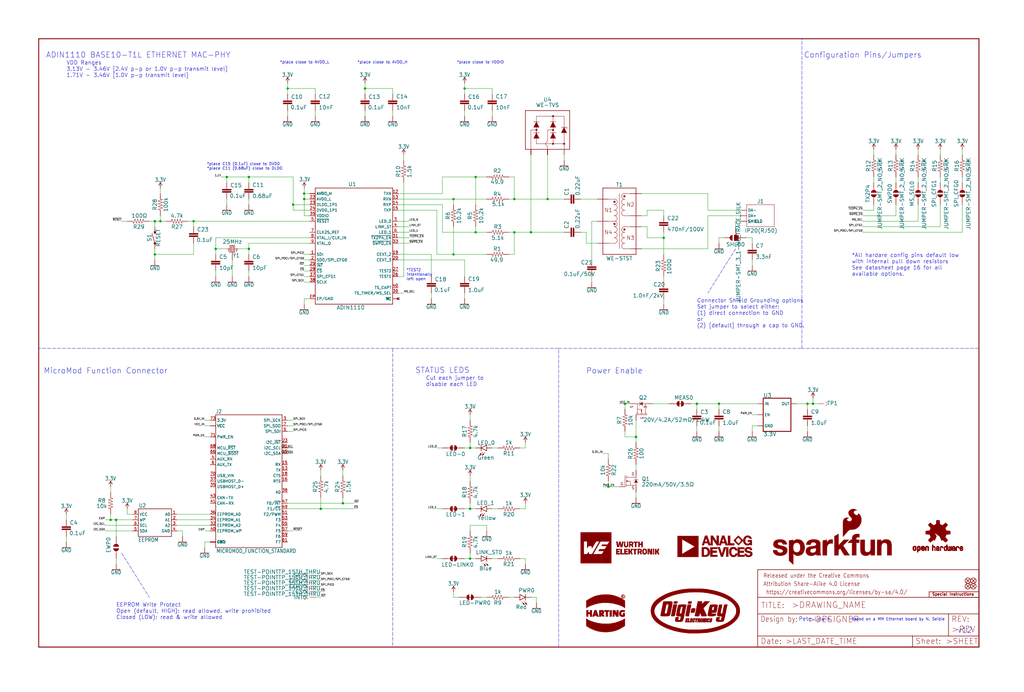
<source format=kicad_sch>
(kicad_sch (version 20211123) (generator eeschema)
  (paper "User" 470.306 317.906)
  (lib_symbols
    (symbol "eagleSchem-eagle-import:0.1UF-0402T-16V-10%-X7R-WE"
      (property "Reference" "C" (at 1.524 2.921 0))
      (property "Value" "0.1UF-0402T-16V-10%-X7R-WE" (at 1.524 -2.159 0))
      (symbol "0.1UF-0402T-16V-10%-X7R-WE_1_0"
        (pin passive line (at 0 5.08 270) (length 2.54) (name "1") (number "1"))
        (pin passive line (at 0 -2.54 90) (length 2.54) (name "2") (number "2"))
      )
    )
    (symbol "eagleSchem-eagle-import:0.1UF-0603-25V-10%-X7R-WE"
      (property "Reference" "C" (at 1.524 2.921 0))
      (property "Value" "0.1UF-0603-25V-10%-X7R-WE" (at 1.524 -2.159 0))
      (symbol "0.1UF-0603-25V-10%-X7R-WE_1_0"
        (pin passive line (at 0 5.08 270) (length 2.54) (name "1") (number "1"))
        (pin passive line (at 0 -2.54 90) (length 2.54) (name "2") (number "2"))
      )
    )
    (symbol "eagleSchem-eagle-import:0.1UF-0603-50V-10%-X7R-WE"
      (property "Reference" "C" (at 1.524 2.921 0))
      (property "Value" "0.1UF-0603-50V-10%-X7R-WE" (at 1.524 -2.159 0))
      (symbol "0.1UF-0603-50V-10%-X7R-WE_1_0"
        (pin passive line (at 0 5.08 270) (length 2.54) (name "1") (number "1"))
        (pin passive line (at 0 -2.54 90) (length 2.54) (name "2") (number "2"))
      )
    )
    (symbol "eagleSchem-eagle-import:0.22UF-0603-50V-10%"
      (property "Reference" "C" (at 1.524 2.921 0))
      (property "Value" "0.22UF-0603-50V-10%" (at 1.524 -2.159 0))
      (symbol "0.22UF-0603-50V-10%_1_0"
        (pin passive line (at 0 5.08 270) (length 2.54) (name "1") (number "1"))
        (pin passive line (at 0 -2.54 90) (length 2.54) (name "2") (number "2"))
      )
    )
    (symbol "eagleSchem-eagle-import:0.68UF-0603-16V-10%-X7R-WE"
      (property "Reference" "C" (at 1.524 2.921 0))
      (property "Value" "0.68UF-0603-16V-10%-X7R-WE" (at 1.524 -2.159 0))
      (symbol "0.68UF-0603-16V-10%-X7R-WE_1_0"
        (pin passive line (at 0 5.08 270) (length 2.54) (name "1") (number "1"))
        (pin passive line (at 0 -2.54 90) (length 2.54) (name "2") (number "2"))
      )
    )
    (symbol "eagleSchem-eagle-import:1.0NF{slash}1000PF-1206-2KV-10%-X7R-WORTH-ELEKRONIK"
      (property "Reference" "C" (at 1.524 2.921 0))
      (property "Value" "1.0NF{slash}1000PF-1206-2KV-10%-X7R-WORTH-ELEKRONIK" (at 1.524 -2.159 0))
      (symbol "1.0NF{slash}1000PF-1206-2KV-10%-X7R-WORTH-ELEKRONIK_1_0"
        (pin passive line (at 0 5.08 270) (length 2.54) (name "1") (number "1"))
        (pin passive line (at 0 -2.54 90) (length 2.54) (name "2") (number "2"))
      )
    )
    (symbol "eagleSchem-eagle-import:1.0UF-0402T-16V-10%"
      (property "Reference" "C" (at 1.524 2.921 0))
      (property "Value" "1.0UF-0402T-16V-10%" (at 1.524 -2.159 0))
      (symbol "1.0UF-0402T-16V-10%_1_0"
        (pin passive line (at 0 5.08 270) (length 2.54) (name "1") (number "1"))
        (pin passive line (at 0 -2.54 90) (length 2.54) (name "2") (number "2"))
      )
    )
    (symbol "eagleSchem-eagle-import:1.0UF-0603-16V-10%-X7R-WE"
      (property "Reference" "C" (at 1.524 2.921 0))
      (property "Value" "1.0UF-0603-16V-10%-X7R-WE" (at 1.524 -2.159 0))
      (symbol "1.0UF-0603-16V-10%-X7R-WE_1_0"
        (pin passive line (at 0 5.08 270) (length 2.54) (name "1") (number "1"))
        (pin passive line (at 0 -2.54 90) (length 2.54) (name "2") (number "2"))
      )
    )
    (symbol "eagleSchem-eagle-import:1.5KOHM-0603-1{slash}10W-1%"
      (property "Reference" "R" (at 0 1.524 0))
      (property "Value" "1.5KOHM-0603-1{slash}10W-1%" (at 0 -1.524 0))
      (symbol "1.5KOHM-0603-1{slash}10W-1%_1_0"
        (pin passive line (at -5.08 0 0) (length 2.54) (name "1") (number "1"))
        (pin passive line (at 5.08 0 180) (length 2.54) (name "2") (number "2"))
      )
    )
    (symbol "eagleSchem-eagle-import:10.2KOHM-0402-1{slash}16W-1%"
      (property "Reference" "R" (at 0 1.524 0))
      (property "Value" "10.2KOHM-0402-1{slash}16W-1%" (at 0 -1.524 0))
      (symbol "10.2KOHM-0402-1{slash}16W-1%_1_0"
        (pin passive line (at -5.08 0 0) (length 2.54) (name "1") (number "1"))
        (pin passive line (at 5.08 0 180) (length 2.54) (name "2") (number "2"))
      )
    )
    (symbol "eagleSchem-eagle-import:100KOHM-0402T-1{slash}16W-1%"
      (property "Reference" "R" (at 0 1.524 0))
      (property "Value" "100KOHM-0402T-1{slash}16W-1%" (at 0 -1.524 0))
      (symbol "100KOHM-0402T-1{slash}16W-1%_1_0"
        (pin passive line (at -5.08 0 0) (length 2.54) (name "1") (number "1"))
        (pin passive line (at 5.08 0 180) (length 2.54) (name "2") (number "2"))
      )
    )
    (symbol "eagleSchem-eagle-import:100OHM-0603-1{slash}10W-1%"
      (property "Reference" "R" (at 0 1.524 0))
      (property "Value" "100OHM-0603-1{slash}10W-1%" (at 0 -1.524 0))
      (symbol "100OHM-0603-1{slash}10W-1%_1_0"
        (pin passive line (at -5.08 0 0) (length 2.54) (name "1") (number "1"))
        (pin passive line (at 5.08 0 180) (length 2.54) (name "2") (number "2"))
      )
    )
    (symbol "eagleSchem-eagle-import:10KOHM-0603-1{slash}10W-1%"
      (property "Reference" "R" (at 0 1.524 0))
      (property "Value" "10KOHM-0603-1{slash}10W-1%" (at 0 -1.524 0))
      (symbol "10KOHM-0603-1{slash}10W-1%_1_0"
        (pin passive line (at -5.08 0 0) (length 2.54) (name "1") (number "1"))
        (pin passive line (at 5.08 0 180) (length 2.54) (name "2") (number "2"))
      )
    )
    (symbol "eagleSchem-eagle-import:10NF-0402T-25V-10%-X7R-WE"
      (property "Reference" "C" (at 1.524 2.921 0))
      (property "Value" "10NF-0402T-25V-10%-X7R-WE" (at 1.524 -2.159 0))
      (symbol "10NF-0402T-25V-10%-X7R-WE_1_0"
        (pin passive line (at 0 5.08 270) (length 2.54) (name "1") (number "1"))
        (pin passive line (at 0 -2.54 90) (length 2.54) (name "2") (number "2"))
      )
    )
    (symbol "eagleSchem-eagle-import:10PF-0603-50V-5%-C0G-WE"
      (property "Reference" "C" (at 1.524 2.921 0))
      (property "Value" "10PF-0603-50V-5%-C0G-WE" (at 1.524 -2.159 0))
      (symbol "10PF-0603-50V-5%-C0G-WE_1_0"
        (pin passive line (at 0 5.08 270) (length 2.54) (name "1") (number "1"))
        (pin passive line (at 0 -2.54 90) (length 2.54) (name "2") (number "2"))
      )
    )
    (symbol "eagleSchem-eagle-import:1KOHM-0402T-1{slash}16W-1%"
      (property "Reference" "R" (at 0 1.524 0))
      (property "Value" "1KOHM-0402T-1{slash}16W-1%" (at 0 -1.524 0))
      (symbol "1KOHM-0402T-1{slash}16W-1%_1_0"
        (pin passive line (at -5.08 0 0) (length 2.54) (name "1") (number "1"))
        (pin passive line (at 5.08 0 180) (length 2.54) (name "2") (number "2"))
      )
    )
    (symbol "eagleSchem-eagle-import:3.3NF-0603-100V-10%-WE"
      (property "Reference" "C" (at 1.524 2.921 0))
      (property "Value" "3.3NF-0603-100V-10%-WE" (at 1.524 -2.159 0))
      (symbol "3.3NF-0603-100V-10%-WE_1_0"
        (pin passive line (at 0 5.08 270) (length 2.54) (name "1") (number "1"))
        (pin passive line (at 0 -2.54 90) (length 2.54) (name "2") (number "2"))
      )
    )
    (symbol "eagleSchem-eagle-import:3.3V" (power)
      (property "Value" "3.3V" (at 0 2.794 0))
      (symbol "3.3V_1_0"
        (pin power_in line (at 0 0 90) (length 2.54) (name "3.3V") (number "1"))
      )
    )
    (symbol "eagleSchem-eagle-import:4.7KOHM-0402T-1{slash}16W-1%"
      (property "Reference" "R" (at 0 1.524 0))
      (property "Value" "4.7KOHM-0402T-1{slash}16W-1%" (at 0 -1.524 0))
      (symbol "4.7KOHM-0402T-1{slash}16W-1%_1_0"
        (pin passive line (at -5.08 0 0) (length 2.54) (name "1") (number "1"))
        (pin passive line (at 5.08 0 180) (length 2.54) (name "2") (number "2"))
      )
    )
    (symbol "eagleSchem-eagle-import:4.7KOHM-0603-1{slash}10W-1%"
      (property "Reference" "R" (at 0 1.524 0))
      (property "Value" "4.7KOHM-0603-1{slash}10W-1%" (at 0 -1.524 0))
      (symbol "4.7KOHM-0603-1{slash}10W-1%_1_0"
        (pin passive line (at -5.08 0 0) (length 2.54) (name "1") (number "1"))
        (pin passive line (at 5.08 0 180) (length 2.54) (name "2") (number "2"))
      )
    )
    (symbol "eagleSchem-eagle-import:470NF-0805-100V-10%-X7S"
      (property "Reference" "C" (at 1.524 2.921 0))
      (property "Value" "470NF-0805-100V-10%-X7S" (at 1.524 -2.159 0))
      (symbol "470NF-0805-100V-10%-X7S_1_0"
        (pin passive line (at 0 5.08 270) (length 2.54) (name "1") (number "1"))
        (pin passive line (at 0 -2.54 90) (length 2.54) (name "2") (number "2"))
      )
    )
    (symbol "eagleSchem-eagle-import:49.9OHM-0603-1{slash}10W-1%"
      (property "Reference" "R" (at 0 1.524 0))
      (property "Value" "49.9OHM-0603-1{slash}10W-1%" (at 0 -1.524 0))
      (symbol "49.9OHM-0603-1{slash}10W-1%_1_0"
        (pin passive line (at -5.08 0 0) (length 2.54) (name "1") (number "1"))
        (pin passive line (at 5.08 0 180) (length 2.54) (name "2") (number "2"))
      )
    )
    (symbol "eagleSchem-eagle-import:5.1KOHM-0402T-1{slash}16W-1%"
      (property "Reference" "R" (at 0 1.524 0))
      (property "Value" "5.1KOHM-0402T-1{slash}16W-1%" (at 0 -1.524 0))
      (symbol "5.1KOHM-0402T-1{slash}16W-1%_1_0"
        (pin passive line (at -5.08 0 0) (length 2.54) (name "1") (number "1"))
        (pin passive line (at 5.08 0 180) (length 2.54) (name "2") (number "2"))
      )
    )
    (symbol "eagleSchem-eagle-import:ADIN1110"
      (property "Reference" "U" (at -0.762 28.702 0))
      (property "Value" "ADIN1110" (at -1.524 -25.908 0))
      (symbol "ADIN1110_1_0"
        (pin bidirectional line (at -20.32 -2.54 0) (length 2.54) (name "SDI") (number "1"))
        (pin no_connect line (at 20.32 -22.86 180) (length 2.54) (name "NC") (number "10"))
        (pin no_connect line (at 20.32 -22.86 180) (length 2.54) (name "NC") (number "11"))
        (pin bidirectional line (at 20.32 25.4 180) (length 2.54) (name "TXN") (number "12"))
        (pin bidirectional line (at 20.32 22.86 180) (length 2.54) (name "RXN") (number "13"))
        (pin bidirectional line (at 20.32 20.32 180) (length 2.54) (name "RXP") (number "14"))
        (pin bidirectional line (at 20.32 17.78 180) (length 2.54) (name "TXP") (number "15"))
        (pin bidirectional line (at -20.32 25.4 0) (length 2.54) (name "AVDD_H") (number "16"))
        (pin bidirectional line (at -20.32 25.4 0) (length 2.54) (name "AVDD_H") (number "17"))
        (pin no_connect line (at 20.32 -22.86 180) (length 2.54) (name "NC") (number "18"))
        (pin bidirectional line (at 20.32 -2.54 180) (length 2.54) (name "CEXT_2") (number "19"))
        (pin bidirectional line (at -20.32 -5.08 0) (length 2.54) (name "SDO/SPI_CFG0") (number "2"))
        (pin bidirectional line (at 20.32 -5.08 180) (length 2.54) (name "CEXT_3") (number "20"))
        (pin no_connect line (at 20.32 -22.86 180) (length 2.54) (name "NC") (number "21"))
        (pin bidirectional line (at -20.32 22.86 0) (length 2.54) (name "AVDD_L") (number "22"))
        (pin bidirectional line (at -20.32 20.32 0) (length 2.54) (name "DLDO_1P1") (number "23"))
        (pin bidirectional line (at -20.32 17.78 0) (length 2.54) (name "DVDD_1P1") (number "24"))
        (pin bidirectional line (at -20.32 -7.62 0) (length 2.54) (name "~{INT}") (number "25"))
        (pin bidirectional line (at 20.32 -12.7 180) (length 2.54) (name "TEST1") (number "26"))
        (pin bidirectional line (at 20.32 -10.16 180) (length 2.54) (name "TEST2") (number "27"))
        (pin no_connect line (at 20.32 -22.86 180) (length 2.54) (name "NC") (number "28"))
        (pin bidirectional line (at -20.32 -10.16 0) (length 2.54) (name "~{CS}") (number "29"))
        (pin bidirectional line (at 20.32 12.7 180) (length 2.54) (name "LED_0") (number "3"))
        (pin bidirectional line (at 20.32 -20.32 180) (length 2.54) (name "TS_TIMER/MS_SEL") (number "30"))
        (pin bidirectional line (at 20.32 5.08 180) (length 2.54) (name "~{TX2P4_EN}") (number "31"))
        (pin no_connect line (at 20.32 -22.86 180) (length 2.54) (name "NC") (number "32"))
        (pin bidirectional line (at 20.32 2.54 180) (length 2.54) (name "~{SWPD_EN}") (number "33"))
        (pin no_connect line (at 20.32 -22.86 180) (length 2.54) (name "NC") (number "34"))
        (pin bidirectional line (at -20.32 15.24 0) (length 2.54) (name "VDDIO") (number "35"))
        (pin no_connect line (at 20.32 -22.86 180) (length 2.54) (name "NC") (number "36"))
        (pin bidirectional line (at -20.32 -12.7 0) (length 2.54) (name "SPI_CFG1") (number "37"))
        (pin bidirectional line (at -20.32 -15.24 0) (length 2.54) (name "SCLK") (number "38"))
        (pin no_connect line (at 20.32 -22.86 180) (length 2.54) (name "NC") (number "39"))
        (pin bidirectional line (at 20.32 10.16 180) (length 2.54) (name "LINK_ST") (number "4"))
        (pin bidirectional line (at 20.32 -17.78 180) (length 2.54) (name "TS_CAPT") (number "40"))
        (pin bidirectional line (at -20.32 12.7 0) (length 2.54) (name "~{RESET}") (number "5"))
        (pin bidirectional line (at 20.32 7.62 180) (length 2.54) (name "LED_1") (number "6"))
        (pin bidirectional line (at -20.32 7.62 0) (length 2.54) (name "CLK25_REF") (number "7"))
        (pin bidirectional line (at -20.32 5.08 0) (length 2.54) (name "XTAL_I/CLK_IN") (number "8"))
        (pin bidirectional line (at -20.32 2.54 0) (length 2.54) (name "XTAL_O") (number "9"))
        (pin bidirectional line (at -20.32 -22.86 0) (length 2.54) (name "EP/GND") (number "EP"))
      )
    )
    (symbol "eagleSchem-eagle-import:ANALOG_DEVICES_LOGO")
    (symbol "eagleSchem-eagle-import:CRYSTAL-25MHZ-WE-SMD-2.0X1.6MM-WE"
      (property "Reference" "Y" (at -1.27 -1.524 0))
      (property "Value" "CRYSTAL-25MHZ-WE-SMD-2.0X1.6MM-WE" (at 1.524 -1.524 0))
      (symbol "CRYSTAL-25MHZ-WE-SMD-2.0X1.6MM-WE_1_0"
        (text "1" (at -2.159 -1.143 0) (effects (font (size 0.8636 0.734)) (justify left bottom)))
        (text "2" (at 1.524 -1.143 0) (effects (font (size 0.8636 0.734)) (justify left bottom)))
        (pin passive line (at -2.54 0 0) (length 0) (name "1") (number "1"))
        (pin power_in line (at 0 -5.08 90) (length 2.54) (name "GND") (number "2"))
        (pin passive line (at 2.54 0 180) (length 0) (name "2") (number "3"))
        (pin power_in line (at 0 -5.08 90) (length 2.54) (name "GND") (number "4"))
      )
    )
    (symbol "eagleSchem-eagle-import:DIGIKEY_LOGO")
    (symbol "eagleSchem-eagle-import:EEPROM-I2C512K"
      (property "Reference" "U" (at -7.62 8.382 0))
      (property "Value" "EEPROM-I2C512K" (at -7.62 -7.62 0))
      (symbol "EEPROM-I2C512K_1_0"
        (pin bidirectional line (at -10.16 5.08 0) (length 2.54) (name "A0") (number "1"))
        (pin bidirectional line (at -10.16 2.54 0) (length 2.54) (name "A1") (number "2"))
        (pin bidirectional line (at -10.16 0 0) (length 2.54) (name "A2") (number "3"))
        (pin power_in line (at -10.16 -2.54 0) (length 2.54) (name "GND") (number "4"))
        (pin bidirectional line (at 10.16 -2.54 180) (length 2.54) (name "SDA") (number "5"))
        (pin bidirectional line (at 10.16 0 180) (length 2.54) (name "SCL") (number "6"))
        (pin bidirectional line (at 10.16 2.54 180) (length 2.54) (name "WP") (number "7"))
        (pin power_in line (at 10.16 5.08 180) (length 2.54) (name "VCC") (number "8"))
      )
    )
    (symbol "eagleSchem-eagle-import:FIDUCIALUFIDUCIAL")
    (symbol "eagleSchem-eagle-import:FRAME-LEDGER"
      (symbol "FRAME-LEDGER_2_0"
        (text " https://creativecommons.org/licenses/by-sa/4.0/" (at 2.54 24.13 0) (effects (font (size 1.9304 1.6408)) (justify left bottom)))
        (text ">DESIGNER" (at 23.114 11.176 0) (effects (font (size 2.7432 2.7432)) (justify left bottom)))
        (text ">DRAWING_NAME" (at 15.494 17.78 0) (effects (font (size 2.7432 2.7432)) (justify left bottom)))
        (text ">LAST_DATE_TIME" (at 12.7 1.27 0) (effects (font (size 2.54 2.54)) (justify left bottom)))
        (text ">REV" (at 88.9 6.604 0) (effects (font (size 2.7432 2.7432)) (justify left bottom)))
        (text ">SHEET" (at 86.36 1.27 0) (effects (font (size 2.54 2.54)) (justify left bottom)))
        (text "Attribution Share-Alike 4.0 License" (at 2.54 27.94 0) (effects (font (size 1.9304 1.6408)) (justify left bottom)))
        (text "Date:" (at 1.27 1.27 0) (effects (font (size 2.54 2.54)) (justify left bottom)))
        (text "Design by:" (at 1.27 11.43 0) (effects (font (size 2.54 2.159)) (justify left bottom)))
        (text "Released under the Creative Commons" (at 2.54 31.75 0) (effects (font (size 1.9304 1.6408)) (justify left bottom)))
        (text "REV:" (at 88.9 11.43 0) (effects (font (size 2.54 2.54)) (justify left bottom)))
        (text "Sheet:" (at 72.39 1.27 0) (effects (font (size 2.54 2.54)) (justify left bottom)))
        (text "TITLE:" (at 1.524 17.78 0) (effects (font (size 2.54 2.54)) (justify left bottom)))
      )
    )
    (symbol "eagleSchem-eagle-import:GND" (power)
      (property "Value" "GND" (at 0 -0.254 0))
      (symbol "GND_1_0"
        (pin power_in line (at 0 2.54 270) (length 2.54) (name "GND") (number "1"))
      )
    )
    (symbol "eagleSchem-eagle-import:HARTING_LOGO")
    (symbol "eagleSchem-eagle-import:JUMPER-COMBO_2_NC_TRACE"
      (property "Reference" "JP" (at 0 2.794 0))
      (property "Value" "JUMPER-COMBO_2_NC_TRACE" (at 0 -2.794 0))
      (symbol "JUMPER-COMBO_2_NC_TRACE_1_0"
        (pin passive line (at -5.08 0 0) (length 2.54) (name "1") (number "1"))
        (pin passive line (at 5.08 0 180) (length 2.54) (name "2") (number "2"))
        (pin passive line (at -5.08 0 0) (length 2.54) (name "1") (number "3"))
        (pin passive line (at 5.08 0 180) (length 2.54) (name "2") (number "4"))
      )
    )
    (symbol "eagleSchem-eagle-import:JUMPER-SMT_2_NC_TRACE_SILK"
      (property "Reference" "JP" (at 0 3.048 0))
      (property "Value" "JUMPER-SMT_2_NC_TRACE_SILK" (at 0 -3.048 0))
      (symbol "JUMPER-SMT_2_NC_TRACE_SILK_1_0"
        (pin passive line (at -5.08 0 0) (length 2.54) (name "1") (number "1"))
        (pin passive line (at 5.08 0 180) (length 2.54) (name "2") (number "2"))
      )
    )
    (symbol "eagleSchem-eagle-import:JUMPER-SMT_2_NO_SILK"
      (property "Reference" "JP" (at 0 2.794 0))
      (property "Value" "JUMPER-SMT_2_NO_SILK" (at 0 -2.794 0))
      (symbol "JUMPER-SMT_2_NO_SILK_1_0"
        (pin passive line (at -5.08 0 0) (length 2.54) (name "1") (number "1"))
        (pin passive line (at 5.08 0 180) (length 2.54) (name "2") (number "2"))
      )
    )
    (symbol "eagleSchem-eagle-import:JUMPER-SMT_3_1-NC_TRACE_SILK"
      (property "Reference" "JP" (at 5.842 1.524 0))
      (property "Value" "JUMPER-SMT_3_1-NC_TRACE_SILK" (at 6.604 -1.27 0))
      (symbol "JUMPER-SMT_3_1-NC_TRACE_SILK_1_0"
        (pin passive line (at 0 5.08 270) (length 2.54) (name "1") (number "1"))
        (pin passive line (at -5.08 0 0) (length 2.54) (name "2") (number "2"))
        (pin passive line (at 0 -5.08 90) (length 2.54) (name "3") (number "3"))
      )
    )
    (symbol "eagleSchem-eagle-import:LED-BLUE-0603-WE"
      (property "Reference" "D" (at -3.429 -4.572 90))
      (property "Value" "LED-BLUE-0603-WE" (at 1.905 -4.572 90))
      (symbol "LED-BLUE-0603-WE_1_0"
        (pin passive line (at 0 2.54 270) (length 2.54) (name "A") (number "A"))
        (pin passive line (at 0 -5.08 90) (length 2.54) (name "C") (number "C"))
      )
    )
    (symbol "eagleSchem-eagle-import:LED-GREEN-0603-WE"
      (property "Reference" "D" (at -3.429 -4.572 90))
      (property "Value" "LED-GREEN-0603-WE" (at 1.905 -4.572 90))
      (symbol "LED-GREEN-0603-WE_1_0"
        (pin passive line (at 0 2.54 270) (length 2.54) (name "A") (number "A"))
        (pin passive line (at 0 -5.08 90) (length 2.54) (name "C") (number "C"))
      )
    )
    (symbol "eagleSchem-eagle-import:LED-RED-0603-WE"
      (property "Reference" "D" (at -3.429 -4.572 90))
      (property "Value" "LED-RED-0603-WE" (at 1.905 -4.572 90))
      (symbol "LED-RED-0603-WE_1_0"
        (pin passive line (at 0 2.54 270) (length 2.54) (name "A") (number "A"))
        (pin passive line (at 0 -5.08 90) (length 2.54) (name "C") (number "C"))
      )
    )
    (symbol "eagleSchem-eagle-import:LED-YELLOW-0603-WE"
      (property "Reference" "D" (at -3.429 -4.572 90))
      (property "Value" "LED-YELLOW-0603-WE" (at 1.905 -4.572 90))
      (symbol "LED-YELLOW-0603-WE_1_0"
        (pin passive line (at 0 2.54 270) (length 2.54) (name "A") (number "A"))
        (pin passive line (at 0 -5.08 90) (length 2.54) (name "C") (number "C"))
      )
    )
    (symbol "eagleSchem-eagle-import:MICROMOD_FUNCTION_STANDARD"
      (property "Reference" "J" (at -15.24 28.448 0))
      (property "Value" "MICROMOD_FUNCTION_STANDARD" (at -15.24 -35.56 0))
      (symbol "MICROMOD_FUNCTION_STANDARD_1_0"
        (pin bidirectional line (at -17.78 -30.48 0) (length 2.54) (name "GND") (number "1"))
        (pin bidirectional line (at 17.78 2.54 180) (length 2.54) (name "TX") (number "13"))
        (pin bidirectional line (at 17.78 5.08 180) (length 2.54) (name "RX") (number "15"))
        (pin bidirectional line (at 17.78 -2.54 180) (length 2.54) (name "RTS") (number "16"))
        (pin bidirectional line (at 17.78 0 180) (length 2.54) (name "CTS") (number "18"))
        (pin bidirectional line (at 17.78 10.16 180) (length 2.54) (name "I2C_SDA") (number "19"))
        (pin bidirectional line (at -17.78 -30.48 0) (length 2.54) (name "GND") (number "2"))
        (pin bidirectional line (at 17.78 12.7 180) (length 2.54) (name "I2C_SCL") (number "21"))
        (pin bidirectional line (at 17.78 15.24 180) (length 2.54) (name "I2C_~{INT}") (number "23"))
        (pin bidirectional line (at 17.78 25.4 180) (length 2.54) (name "SPI_SCK") (number "3"))
        (pin bidirectional line (at -17.78 -22.86 0) (length 2.54) (name "EEPROM_A2") (number "32"))
        (pin bidirectional line (at -17.78 -30.48 0) (length 2.54) (name "GND") (number "33"))
        (pin bidirectional line (at -17.78 -20.32 0) (length 2.54) (name "EEPROM_A1") (number "34"))
        (pin bidirectional line (at -17.78 -5.08 0) (length 2.54) (name "USBHOST_D+") (number "35"))
        (pin bidirectional line (at -17.78 -17.78 0) (length 2.54) (name "EEPROM_A0") (number "36"))
        (pin bidirectional line (at -17.78 -2.54 0) (length 2.54) (name "USBHOST_D-") (number "37"))
        (pin bidirectional line (at 17.78 -7.62 180) (length 2.54) (name "A0") (number "38"))
        (pin bidirectional line (at -17.78 -30.48 0) (length 2.54) (name "GND") (number "39"))
        (pin bidirectional line (at -17.78 7.62 0) (length 2.54) (name "AUX_RX") (number "4"))
        (pin bidirectional line (at -17.78 -25.4 0) (length 2.54) (name "EEPROM_WP") (number "40"))
        (pin bidirectional line (at -17.78 -12.7 0) (length 2.54) (name "CAN-RX") (number "41"))
        (pin bidirectional line (at -17.78 -10.16 0) (length 2.54) (name "CAN-TX") (number "43"))
        (pin bidirectional line (at -17.78 -30.48 0) (length 2.54) (name "GND") (number "45"))
        (pin bidirectional line (at 17.78 -12.7 180) (length 2.54) (name "F0/~{INT}") (number "47"))
        (pin bidirectional line (at 17.78 -15.24 180) (length 2.54) (name "F1/~{CS}") (number "49"))
        (pin bidirectional line (at 17.78 20.32 180) (length 2.54) (name "SPI_SDI") (number "5"))
        (pin bidirectional line (at 17.78 -17.78 180) (length 2.54) (name "F2/PWM") (number "51"))
        (pin bidirectional line (at 17.78 -20.32 180) (length 2.54) (name "F3") (number "53"))
        (pin bidirectional line (at 17.78 -22.86 180) (length 2.54) (name "F4") (number "55"))
        (pin bidirectional line (at 17.78 -25.4 180) (length 2.54) (name "F5") (number "57"))
        (pin bidirectional line (at 17.78 -27.94 180) (length 2.54) (name "F6") (number "59"))
        (pin bidirectional line (at -17.78 5.08 0) (length 2.54) (name "AUX_TX") (number "6"))
        (pin bidirectional line (at 17.78 -30.48 180) (length 2.54) (name "F7") (number "61"))
        (pin bidirectional line (at -17.78 10.16 0) (length 2.54) (name "MCU_~{BOOT}") (number "66"))
        (pin bidirectional line (at -17.78 12.7 0) (length 2.54) (name "MCU_~{RST}") (number "68"))
        (pin bidirectional line (at 17.78 22.86 180) (length 2.54) (name "SPI_SDO") (number "7"))
        (pin bidirectional line (at -17.78 0 0) (length 2.54) (name "USB_VIN") (number "70"))
        (pin bidirectional line (at -17.78 17.78 0) (length 2.54) (name "PWR_EN") (number "71"))
        (pin bidirectional line (at -17.78 22.86 0) (length 2.54) (name "VCC") (number "72"))
        (pin bidirectional line (at -17.78 25.4 0) (length 2.54) (name "3.3V") (number "73"))
        (pin bidirectional line (at -17.78 22.86 0) (length 2.54) (name "VCC") (number "74"))
        (pin bidirectional line (at -17.78 -30.48 0) (length 2.54) (name "GND") (number "75"))
        (pin bidirectional line (at -17.78 -30.48 0) (length 2.54) (name "GND") (number "8"))
        (pin bidirectional line (at -17.78 -30.48 0) (length 2.54) (name "GND") (number "GND1"))
        (pin bidirectional line (at -17.78 -30.48 0) (length 2.54) (name "GND") (number "GND2"))
        (pin bidirectional line (at -17.78 -30.48 0) (length 2.54) (name "GND") (number "GND3"))
        (pin bidirectional line (at -17.78 -30.48 0) (length 2.54) (name "GND") (number "GND4"))
        (pin bidirectional line (at -17.78 -30.48 0) (length 2.54) (name "GND") (number "GND5"))
        (pin bidirectional line (at -17.78 -30.48 0) (length 2.54) (name "GND") (number "GND6"))
      )
    )
    (symbol "eagleSchem-eagle-import:MOMENTARY-SWITCH-SPST-SMD-5.2MM-TALL"
      (property "Reference" "S" (at 0 1.524 0))
      (property "Value" "MOMENTARY-SWITCH-SPST-SMD-5.2MM-TALL" (at 0 -0.508 0))
      (symbol "MOMENTARY-SWITCH-SPST-SMD-5.2MM-TALL_1_0"
        (pin passive line (at -5.08 0 0) (length 2.54) (name "1") (number "1"))
        (pin passive line (at 5.08 0 180) (length 2.54) (name "2") (number "3"))
      )
    )
    (symbol "eagleSchem-eagle-import:MOSFET-NCH-BSS138"
      (property "Reference" "Q" (at 5.08 0 0))
      (property "Value" "MOSFET-NCH-BSS138" (at 5.08 -2.54 0))
      (symbol "MOSFET-NCH-BSS138_1_0"
        (text "D" (at 0.508 2.54 0) (effects (font (size 1.27 1.0795)) (justify left bottom)))
        (text "G" (at -3.302 -0.508 0) (effects (font (size 1.27 1.0795)) (justify right top)))
        (text "S" (at 0.508 -3.81 0) (effects (font (size 1.27 1.0795)) (justify left bottom)))
        (pin bidirectional line (at -5.08 -2.54 0) (length 2.54) (name "G") (number "1"))
        (pin bidirectional line (at 2.54 -5.08 90) (length 2.54) (name "S") (number "2"))
        (pin bidirectional line (at 2.54 5.08 270) (length 2.54) (name "D") (number "3"))
      )
    )
    (symbol "eagleSchem-eagle-import:MOSFET_PCH-DMG2305UX-7"
      (property "Reference" "Q" (at 5.08 0 0))
      (property "Value" "MOSFET_PCH-DMG2305UX-7" (at 5.08 -2.54 0))
      (symbol "MOSFET_PCH-DMG2305UX-7_1_0"
        (text "D" (at 0.508 2.54 0) (effects (font (size 1.27 1.0795)) (justify left bottom)))
        (text "G" (at -3.302 -0.508 0) (effects (font (size 1.27 1.0795)) (justify right top)))
        (text "S" (at 0.508 -3.81 0) (effects (font (size 1.27 1.0795)) (justify left bottom)))
        (pin bidirectional line (at -5.08 -2.54 0) (length 2.54) (name "G") (number "1"))
        (pin bidirectional line (at 2.54 -5.08 90) (length 2.54) (name "S") (number "2"))
        (pin bidirectional line (at 2.54 5.08 270) (length 2.54) (name "D") (number "3"))
      )
    )
    (symbol "eagleSchem-eagle-import:OSHW-LOGOMINI")
    (symbol "eagleSchem-eagle-import:SFE_LOGO_NAME_FLAME.1_INCH")
    (symbol "eagleSchem-eagle-import:SPECIAL_INSTRUCTIONS-ORDERING"
      (symbol "SPECIAL_INSTRUCTIONS-ORDERING_1_0"
        (text "Special Instructions" (at 1.27 0.6985 0) (effects (font (size 1.27 1.27) (thickness 0.254) bold) (justify left bottom)))
      )
    )
    (symbol "eagleSchem-eagle-import:T1_INDUSTRIAL_JACK_AH_IP20"
      (property "Value" "T1_INDUSTRIAL_JACK_AH_IP20" (at 1.016 -5.842 0))
      (symbol "T1_INDUSTRIAL_JACK_AH_IP20_1_0"
        (pin passive line (at 10.16 0 180) (length 2.54) (name "DA+") (number "1"))
        (pin passive line (at 10.16 2.54 180) (length 2.54) (name "DA-") (number "2"))
        (pin passive line (at 10.16 -2.54 180) (length 2.54) (name "SHIELD") (number "S1"))
        (pin passive line (at 10.16 -2.54 180) (length 2.54) (name "SHIELD") (number "S2"))
        (pin passive line (at 10.16 -2.54 180) (length 2.54) (name "SHIELD") (number "S3"))
        (pin passive line (at 10.16 -2.54 180) (length 2.54) (name "SHIELD") (number "S4"))
      )
    )
    (symbol "eagleSchem-eagle-import:TEST-POINT3X4"
      (property "Reference" "TP" (at -2.54 2.54 0))
      (property "Value" "TEST-POINT3X4" (at -2.54 -2.54 0))
      (symbol "TEST-POINT3X4_1_0"
        (pin bidirectional line (at 0 0 180) (length 0) (name "1") (number "1"))
      )
    )
    (symbol "eagleSchem-eagle-import:TEST-POINTTP_15TH_THRU"
      (property "Reference" "TP" (at -2.54 2.54 0))
      (property "Value" "TEST-POINTTP_15TH_THRU" (at -2.54 -2.54 0))
      (symbol "TEST-POINTTP_15TH_THRU_1_0"
        (pin bidirectional line (at 0 0 180) (length 0) (name "1") (number "1"))
      )
    )
    (symbol "eagleSchem-eagle-import:V_REG_AP2112K-3.3V"
      (property "Reference" "U" (at -7.62 7.874 0))
      (property "Value" "V_REG_AP2112K-3.3V" (at -7.62 -7.874 0))
      (symbol "V_REG_AP2112K-3.3V_1_0"
        (pin input line (at -10.16 5.08 0) (length 2.54) (name "IN") (number "1"))
        (pin input line (at -10.16 -5.08 0) (length 2.54) (name "GND") (number "2"))
        (pin input line (at -10.16 0 0) (length 2.54) (name "EN") (number "3"))
        (pin passive line (at 7.62 5.08 180) (length 2.54) (name "OUT") (number "5"))
      )
    )
    (symbol "eagleSchem-eagle-import:WE-TVS_DIODE_ARRAY_824012823_1.0X1.2MM"
      (property "Value" "WE-TVS_DIODE_ARRAY_824012823_1.0X1.2MM" (at 0 10.16 0))
      (symbol "WE-TVS_DIODE_ARRAY_824012823_1.0X1.2MM_1_0"
        (pin bidirectional line (at -7.62 -12.7 90) (length 2.54) (name "1") (number "1"))
        (pin bidirectional line (at 0 -12.7 90) (length 2.54) (name "2") (number "2"))
        (pin bidirectional line (at 7.62 -12.7 90) (length 2.54) (name "3") (number "3"))
        (pin bidirectional line (at 0 -12.7 90) (length 2.54) (name "2") (number "5"))
        (pin bidirectional line (at -7.62 -12.7 90) (length 2.54) (name "1") (number "6"))
      )
    )
    (symbol "eagleSchem-eagle-import:WE_STST_TRANSFORMER_1{colon}1_SMD_74930030_3.2X4.7MM"
      (property "Value" "WE_STST_TRANSFORMER_1{colon}1_SMD_74930030_3.2X4.7MM" (at 0 -20.32 0))
      (symbol "WE_STST_TRANSFORMER_1{colon}1_SMD_74930030_3.2X4.7MM_1_0"
        (text "N1" (at -5.08 2.54 0) (effects (font (size 1.778 1.778))))
        (text "N2" (at 5.08 5.08 0) (effects (font (size 1.778 1.778))))
        (text "N3" (at 5.08 -10.16 0) (effects (font (size 1.778 1.778))))
        (text "N4" (at -5.08 -7.62 0) (effects (font (size 1.778 1.778))))
        (pin bidirectional line (at -10.16 7.62 0) (length 5.08) (name "1") (number "1"))
        (pin bidirectional line (at -10.16 -12.7 0) (length 5.08) (name "2") (number "2"))
        (pin bidirectional line (at 10.16 -5.08 180) (length 5.08) (name "3") (number "3"))
        (pin bidirectional line (at 10.16 0 180) (length 5.08) (name "4") (number "4"))
        (pin bidirectional line (at -10.16 -2.54 0) (length 5.08) (name "5") (number "5"))
        (pin bidirectional line (at 10.16 10.16 180) (length 5.08) (name "6") (number "6"))
        (pin bidirectional line (at 10.16 -15.24 180) (length 5.08) (name "7") (number "7"))
      )
    )
    (symbol "eagleSchem-eagle-import:WURTH_LOGO")
  )
  (junction (at 208.28 91.44))
  (junction (at 304.8 109.22))
  (junction (at 279.4 223.52))
  (junction (at 215.9 205.74))
  (junction (at 167.64 40.64))
  (junction (at 215.9 233.68))
  (junction (at 330.2 185.42))
  (junction (at 73.66 101.6))
  (junction (at 139.7 91.44))
  (junction (at 104.14 81.28))
  (junction (at 370.84 185.42))
  (junction (at 218.44 106.68))
  (junction (at 71.12 116.84))
  (junction (at 215.9 256.54))
  (junction (at 134.62 93.98))
  (junction (at 71.12 101.6))
  (junction (at 287.02 185.42))
  (junction (at 236.22 106.68))
  (junction (at 132.08 40.64))
  (junction (at 147.32 233.68))
  (junction (at 251.46 91.44))
  (junction (at 236.22 91.44))
  (junction (at 218.44 81.28))
  (junction (at 114.3 114.3))
  (junction (at 320.04 185.42))
  (junction (at 53.34 238.76))
  (junction (at 99.06 114.3))
  (junction (at 157.48 231.14))
  (junction (at 208.28 116.84))
  (junction (at 213.36 40.64))
  (junction (at 243.84 106.68))
  (junction (at 373.38 185.42))
  (junction (at 292.1 200.66))
  (junction (at 114.3 81.28))
  (junction (at 139.7 88.9))
  (junction (at 88.9 101.6))
  (junction (at 50.8 238.76))
  (wire (pts (xy 104.14 81.28) (xy 101.6 81.28)))
  (wire (pts (xy 142.24 116.84) (xy 139.7 116.84)))
  (wire (pts (xy 213.36 119.38) (xy 213.36 127)))
  (wire (pts (xy 182.88 93.98) (xy 203.2 93.98)))
  (wire (pts (xy 60.96 238.76) (xy 53.34 238.76)))
  (wire (pts (xy 215.9 241.3) (xy 215.9 243.84)))
  (wire (pts (xy 96.52 193.04) (xy 93.98 193.04)))
  (wire (pts (xy 396.24 101.6) (xy 421.64 101.6)))
  (wire (pts (xy 99.06 114.3) (xy 99.06 116.84)))
  (wire (pts (xy 208.28 271.78) (xy 208.28 274.32)))
  (wire (pts (xy 142.24 137.16) (xy 139.7 137.16)))
  (wire (pts (xy 134.62 93.98) (xy 134.62 81.28)))
  (wire (pts (xy 142.24 93.98) (xy 134.62 93.98)))
  (wire (pts (xy 266.7 91.44) (xy 274.32 91.44)))
  (wire (pts (xy 340.36 101.6) (xy 337.82 101.6)))
  (wire (pts (xy 139.7 99.06) (xy 139.7 91.44)))
  (wire (pts (xy 167.64 53.34) (xy 167.64 50.8)))
  (wire (pts (xy 180.34 53.34) (xy 180.34 50.8)))
  (wire (pts (xy 215.9 193.04) (xy 215.9 190.5)))
  (wire (pts (xy 259.08 91.44) (xy 251.46 91.44)))
  (wire (pts (xy 147.32 233.68) (xy 147.32 228.6)))
  (wire (pts (xy 223.52 81.28) (xy 218.44 81.28)))
  (wire (pts (xy 142.24 121.92) (xy 139.7 121.92)))
  (wire (pts (xy 243.84 106.68) (xy 236.22 106.68)))
  (wire (pts (xy 304.8 127) (xy 304.8 129.54)))
  (wire (pts (xy 294.64 104.14) (xy 297.18 104.14)))
  (wire (pts (xy 99.06 109.22) (xy 99.06 114.3)))
  (wire (pts (xy 236.22 116.84) (xy 233.68 116.84)))
  (wire (pts (xy 411.48 99.06) (xy 411.48 93.98)))
  (wire (pts (xy 200.66 116.84) (xy 208.28 116.84)))
  (wire (pts (xy 182.88 119.38) (xy 213.36 119.38)))
  (wire (pts (xy 147.32 274.32) (xy 144.78 274.32)))
  (wire (pts (xy 292.1 215.9) (xy 292.1 213.36)))
  (wire (pts (xy 304.8 96.52) (xy 304.8 99.06)))
  (wire (pts (xy 330.2 109.22) (xy 332.74 109.22)))
  (wire (pts (xy 81.28 241.3) (xy 96.52 241.3)))
  (wire (pts (xy 134.62 81.28) (xy 114.3 81.28)))
  (wire (pts (xy 279.4 220.98) (xy 279.4 223.52)))
  (wire (pts (xy 375.92 185.42) (xy 373.38 185.42)))
  (wire (pts (xy 365.76 185.42) (xy 370.84 185.42)))
  (wire (pts (xy 287.02 200.66) (xy 292.1 200.66)))
  (wire (pts (xy 241.3 205.74) (xy 241.3 203.2)))
  (wire (pts (xy 50.8 238.76) (xy 50.8 236.22)))
  (wire (pts (xy 251.46 71.12) (xy 251.46 91.44)))
  (wire (pts (xy 71.12 104.14) (xy 71.12 101.6)))
  (wire (pts (xy 218.44 256.54) (xy 215.9 256.54)))
  (wire (pts (xy 203.2 93.98) (xy 203.2 106.68)))
  (wire (pts (xy 142.24 119.38) (xy 139.7 119.38)))
  (wire (pts (xy 144.78 43.18) (xy 144.78 40.64)))
  (wire (pts (xy 182.88 101.6) (xy 187.96 101.6)))
  (wire (pts (xy 30.48 248.92) (xy 30.48 246.38)))
  (polyline (pts (xy 180.34 160.02) (xy 180.34 297.18)))
  (wire (pts (xy 287.02 198.12) (xy 287.02 200.66)))
  (wire (pts (xy 132.08 193.04) (xy 134.62 193.04)))
  (wire (pts (xy 215.9 233.68) (xy 215.9 231.14)))
  (wire (pts (xy 259.08 71.12) (xy 259.08 73.66)))
  (wire (pts (xy 88.9 101.6) (xy 86.36 101.6)))
  (polyline (pts (xy 256.54 160.02) (xy 368.3 160.02)))
  (wire (pts (xy 203.2 81.28) (xy 203.2 88.9)))
  (wire (pts (xy 215.9 220.98) (xy 215.9 218.44)))
  (polyline (pts (xy 55.88 254) (xy 68.58 274.32)))
  (wire (pts (xy 203.2 256.54) (xy 200.66 256.54)))
  (wire (pts (xy 271.78 129.54) (xy 271.78 127)))
  (wire (pts (xy 73.66 101.6) (xy 73.66 99.06)))
  (wire (pts (xy 287.02 185.42) (xy 287.02 187.96)))
  (wire (pts (xy 213.36 134.62) (xy 213.36 137.16)))
  (wire (pts (xy 60.96 241.3) (xy 48.26 241.3)))
  (wire (pts (xy 88.9 111.76) (xy 88.9 116.84)))
  (wire (pts (xy 213.36 43.18) (xy 213.36 40.64)))
  (wire (pts (xy 370.84 198.12) (xy 370.84 195.58)))
  (wire (pts (xy 259.08 106.68) (xy 243.84 106.68)))
  (wire (pts (xy 228.6 205.74) (xy 226.06 205.74)))
  (wire (pts (xy 226.06 40.64) (xy 213.36 40.64)))
  (wire (pts (xy 53.34 259.08) (xy 53.34 256.54)))
  (wire (pts (xy 401.32 83.82) (xy 401.32 81.28)))
  (wire (pts (xy 236.22 106.68) (xy 236.22 116.84)))
  (wire (pts (xy 213.36 53.34) (xy 213.36 50.8)))
  (wire (pts (xy 58.42 101.6) (xy 55.88 101.6)))
  (wire (pts (xy 139.7 91.44) (xy 139.7 88.9)))
  (wire (pts (xy 58.42 236.22) (xy 58.42 233.68)))
  (wire (pts (xy 114.3 116.84) (xy 114.3 114.3)))
  (wire (pts (xy 96.52 248.92) (xy 93.98 248.92)))
  (wire (pts (xy 396.24 104.14) (xy 431.8 104.14)))
  (wire (pts (xy 325.12 88.9) (xy 325.12 96.52)))
  (wire (pts (xy 132.08 205.74) (xy 134.62 205.74)))
  (wire (pts (xy 345.44 119.38) (xy 345.44 121.92)))
  (wire (pts (xy 114.3 81.28) (xy 104.14 81.28)))
  (wire (pts (xy 215.9 256.54) (xy 215.9 254)))
  (wire (pts (xy 294.64 88.9) (xy 325.12 88.9)))
  (wire (pts (xy 241.3 205.74) (xy 238.76 205.74)))
  (wire (pts (xy 431.8 83.82) (xy 431.8 81.28)))
  (wire (pts (xy 243.84 71.12) (xy 243.84 106.68)))
  (polyline (pts (xy 256.54 160.02) (xy 17.78 160.02)))
  (polyline (pts (xy 368.3 160.02) (xy 368.3 17.78)))
  (wire (pts (xy 325.12 96.52) (xy 340.36 96.52)))
  (wire (pts (xy 182.88 104.14) (xy 187.96 104.14)))
  (wire (pts (xy 182.88 96.52) (xy 200.66 96.52)))
  (wire (pts (xy 279.4 208.28) (xy 276.86 208.28)))
  (wire (pts (xy 345.44 195.58) (xy 345.44 198.12)))
  (wire (pts (xy 347.98 190.5) (xy 345.44 190.5)))
  (wire (pts (xy 325.12 114.3) (xy 294.64 114.3)))
  (wire (pts (xy 317.5 185.42) (xy 320.04 185.42)))
  (wire (pts (xy 246.38 274.32) (xy 243.84 274.32)))
  (wire (pts (xy 139.7 137.16) (xy 139.7 139.7)))
  (wire (pts (xy 218.44 104.14) (xy 218.44 106.68)))
  (wire (pts (xy 347.98 195.58) (xy 345.44 195.58)))
  (wire (pts (xy 109.22 114.3) (xy 114.3 114.3)))
  (wire (pts (xy 396.24 106.68) (xy 441.96 106.68)))
  (wire (pts (xy 236.22 91.44) (xy 236.22 81.28)))
  (wire (pts (xy 114.3 93.98) (xy 114.3 91.44)))
  (wire (pts (xy 132.08 243.84) (xy 134.62 243.84)))
  (wire (pts (xy 299.72 185.42) (xy 307.34 185.42)))
  (wire (pts (xy 53.34 238.76) (xy 50.8 238.76)))
  (wire (pts (xy 330.2 198.12) (xy 330.2 195.58)))
  (wire (pts (xy 236.22 81.28) (xy 233.68 81.28)))
  (wire (pts (xy 198.12 137.16) (xy 198.12 134.62)))
  (wire (pts (xy 441.96 71.12) (xy 441.96 68.58)))
  (wire (pts (xy 297.18 109.22) (xy 304.8 109.22)))
  (wire (pts (xy 218.44 106.68) (xy 223.52 106.68)))
  (wire (pts (xy 81.28 243.84) (xy 83.82 243.84)))
  (wire (pts (xy 218.44 205.74) (xy 215.9 205.74)))
  (wire (pts (xy 142.24 88.9) (xy 139.7 88.9)))
  (wire (pts (xy 304.8 109.22) (xy 304.8 116.84)))
  (wire (pts (xy 223.52 243.84) (xy 223.52 241.3)))
  (wire (pts (xy 157.48 215.9) (xy 157.48 218.44)))
  (polyline (pts (xy 337.82 114.3) (xy 325.12 134.62)))
  (wire (pts (xy 223.52 241.3) (xy 215.9 241.3)))
  (wire (pts (xy 134.62 96.52) (xy 134.62 93.98)))
  (wire (pts (xy 185.42 127) (xy 185.42 83.82)))
  (wire (pts (xy 132.08 208.28) (xy 134.62 208.28)))
  (wire (pts (xy 114.3 127) (xy 114.3 124.46)))
  (wire (pts (xy 139.7 86.36) (xy 139.7 88.9)))
  (wire (pts (xy 340.36 99.06) (xy 325.12 99.06)))
  (wire (pts (xy 238.76 256.54) (xy 241.3 256.54)))
  (wire (pts (xy 236.22 106.68) (xy 233.68 106.68)))
  (wire (pts (xy 411.48 83.82) (xy 411.48 81.28)))
  (wire (pts (xy 287.02 185.42) (xy 289.56 185.42)))
  (wire (pts (xy 325.12 99.06) (xy 325.12 114.3)))
  (wire (pts (xy 345.44 109.22) (xy 345.44 111.76)))
  (wire (pts (xy 320.04 187.96) (xy 320.04 185.42)))
  (wire (pts (xy 223.52 91.44) (xy 208.28 91.44)))
  (wire (pts (xy 203.2 205.74) (xy 200.66 205.74)))
  (wire (pts (xy 144.78 269.24) (xy 147.32 269.24)))
  (wire (pts (xy 96.52 195.58) (xy 93.98 195.58)))
  (wire (pts (xy 304.8 109.22) (xy 304.8 106.68)))
  (wire (pts (xy 114.3 111.76) (xy 142.24 111.76)))
  (wire (pts (xy 226.06 43.18) (xy 226.06 40.64)))
  (wire (pts (xy 246.38 276.86) (xy 246.38 274.32)))
  (wire (pts (xy 218.44 93.98) (xy 218.44 81.28)))
  (wire (pts (xy 215.9 205.74) (xy 215.9 203.2)))
  (wire (pts (xy 215.9 205.74) (xy 213.36 205.74)))
  (wire (pts (xy 147.32 233.68) (xy 132.08 233.68)))
  (wire (pts (xy 226.06 53.34) (xy 226.06 50.8)))
  (wire (pts (xy 167.64 40.64) (xy 167.64 38.1)))
  (wire (pts (xy 132.08 43.18) (xy 132.08 40.64)))
  (wire (pts (xy 50.8 238.76) (xy 48.26 238.76)))
  (wire (pts (xy 271.78 101.6) (xy 271.78 119.38)))
  (wire (pts (xy 373.38 185.42) (xy 373.38 182.88)))
  (wire (pts (xy 93.98 248.92) (xy 93.98 251.46)))
  (wire (pts (xy 71.12 101.6) (xy 68.58 101.6)))
  (polyline (pts (xy 449.58 160.02) (xy 368.3 160.02)))
  (wire (pts (xy 157.48 231.14) (xy 157.48 228.6)))
  (wire (pts (xy 71.12 114.3) (xy 71.12 116.84)))
  (wire (pts (xy 142.24 124.46) (xy 139.7 124.46)))
  (wire (pts (xy 99.06 127) (xy 99.06 124.46)))
  (wire (pts (xy 182.88 111.76) (xy 187.96 111.76)))
  (wire (pts (xy 304.8 137.16) (xy 304.8 139.7)))
  (wire (pts (xy 330.2 187.96) (xy 330.2 185.42)))
  (wire (pts (xy 144.78 53.34) (xy 144.78 50.8)))
  (wire (pts (xy 241.3 233.68) (xy 241.3 231.14)))
  (wire (pts (xy 320.04 185.42) (xy 330.2 185.42)))
  (wire (pts (xy 182.88 109.22) (xy 187.96 109.22)))
  (wire (pts (xy 142.24 96.52) (xy 134.62 96.52)))
  (wire (pts (xy 142.24 127) (xy 139.7 127)))
  (wire (pts (xy 73.66 101.6) (xy 71.12 101.6)))
  (wire (pts (xy 373.38 185.42) (xy 370.84 185.42)))
  (wire (pts (xy 106.68 119.38) (xy 106.68 127)))
  (wire (pts (xy 142.24 99.06) (xy 139.7 99.06)))
  (wire (pts (xy 236.22 274.32) (xy 233.68 274.32)))
  (wire (pts (xy 144.78 264.16) (xy 147.32 264.16)))
  (wire (pts (xy 218.44 233.68) (xy 215.9 233.68)))
  (wire (pts (xy 330.2 185.42) (xy 347.98 185.42)))
  (wire (pts (xy 203.2 233.68) (xy 200.66 233.68)))
  (wire (pts (xy 266.7 106.68) (xy 269.24 106.68)))
  (wire (pts (xy 274.32 101.6) (xy 271.78 101.6)))
  (wire (pts (xy 401.32 96.52) (xy 401.32 93.98)))
  (wire (pts (xy 114.3 114.3) (xy 114.3 111.76)))
  (wire (pts (xy 218.44 81.28) (xy 203.2 81.28)))
  (polyline (pts (xy 256.54 297.18) (xy 256.54 160.02)))
  (wire (pts (xy 215.9 256.54) (xy 213.36 256.54)))
  (wire (pts (xy 60.96 243.84) (xy 48.26 243.84)))
  (wire (pts (xy 215.9 233.68) (xy 213.36 233.68)))
  (wire (pts (xy 396.24 96.52) (xy 401.32 96.52)))
  (wire (pts (xy 180.34 40.64) (xy 167.64 40.64)))
  (wire (pts (xy 251.46 91.44) (xy 236.22 91.44)))
  (wire (pts (xy 294.64 99.06) (xy 297.18 99.06)))
  (wire (pts (xy 104.14 114.3) (xy 99.06 114.3)))
  (wire (pts (xy 223.52 274.32) (xy 220.98 274.32)))
  (wire (pts (xy 431.8 71.12) (xy 431.8 68.58)))
  (wire (pts (xy 76.2 101.6) (xy 73.66 101.6)))
  (wire (pts (xy 411.48 71.12) (xy 411.48 68.58)))
  (wire (pts (xy 441.96 83.82) (xy 441.96 81.28)))
  (wire (pts (xy 292.1 228.6) (xy 292.1 226.06)))
  (wire (pts (xy 93.98 200.66) (xy 96.52 200.66)))
  (wire (pts (xy 182.88 134.62) (xy 185.42 134.62)))
  (wire (pts (xy 269.24 106.68) (xy 269.24 111.76)))
  (wire (pts (xy 337.82 101.6) (xy 337.82 104.14)))
  (wire (pts (xy 421.64 101.6) (xy 421.64 93.98)))
  (wire (pts (xy 96.52 243.84) (xy 93.98 243.84)))
  (wire (pts (xy 104.14 93.98) (xy 104.14 91.44)))
  (wire (pts (xy 180.34 43.18) (xy 180.34 40.64)))
  (wire (pts (xy 208.28 116.84) (xy 223.52 116.84)))
  (wire (pts (xy 228.6 233.68) (xy 226.06 233.68)))
  (wire (pts (xy 203.2 88.9) (xy 182.88 88.9)))
  (wire (pts (xy 182.88 127) (xy 185.42 127)))
  (wire (pts (xy 81.28 236.22) (xy 96.52 236.22)))
  (wire (pts (xy 132.08 40.64) (xy 132.08 38.1)))
  (wire (pts (xy 30.48 236.22) (xy 30.48 238.76)))
  (wire (pts (xy 431.8 104.14) (xy 431.8 93.98)))
  (wire (pts (xy 269.24 111.76) (xy 274.32 111.76)))
  (wire (pts (xy 208.28 91.44) (xy 182.88 91.44)))
  (wire (pts (xy 208.28 274.32) (xy 210.82 274.32)))
  (wire (pts (xy 104.14 83.82) (xy 104.14 81.28)))
  (wire (pts (xy 132.08 53.34) (xy 132.08 50.8)))
  (wire (pts (xy 203.2 106.68) (xy 218.44 106.68)))
  (wire (pts (xy 142.24 129.54) (xy 139.7 129.54)))
  (wire (pts (xy 236.22 91.44) (xy 233.68 91.44)))
  (wire (pts (xy 297.18 104.14) (xy 297.18 109.22)))
  (wire (pts (xy 200.66 96.52) (xy 200.66 116.84)))
  (wire (pts (xy 208.28 91.44) (xy 208.28 93.98)))
  (wire (pts (xy 88.9 116.84) (xy 71.12 116.84)))
  (wire (pts (xy 182.88 106.68) (xy 187.96 106.68)))
  (wire (pts (xy 370.84 185.42) (xy 370.84 187.96)))
  (wire (pts (xy 330.2 109.22) (xy 330.2 111.76)))
  (wire (pts (xy 241.3 233.68) (xy 238.76 233.68)))
  (wire (pts (xy 147.32 271.78) (xy 144.78 271.78)))
  (wire (pts (xy 401.32 71.12) (xy 401.32 68.58)))
  (wire (pts (xy 284.48 223.52) (xy 279.4 223.52)))
  (wire (pts (xy 198.12 116.84) (xy 198.12 127)))
  (wire (pts (xy 50.8 223.52) (xy 50.8 226.06)))
  (wire (pts (xy 279.4 210.82) (xy 279.4 208.28)))
  (wire (pts (xy 421.64 71.12) (xy 421.64 68.58)))
  (wire (pts (xy 182.88 116.84) (xy 198.12 116.84)))
  (wire (pts (xy 208.28 104.14) (xy 208.28 116.84)))
  (wire (pts (xy 185.42 71.12) (xy 185.42 73.66)))
  (wire (pts (xy 157.48 231.14) (xy 132.08 231.14)))
  (wire (pts (xy 228.6 256.54) (xy 226.06 256.54)))
  (wire (pts (xy 162.56 233.68) (xy 147.32 233.68)))
  (wire (pts (xy 147.32 218.44) (xy 147.32 215.9)))
  (wire (pts (xy 60.96 236.22) (xy 58.42 236.22)))
  (wire (pts (xy 53.34 246.38) (xy 53.34 238.76)))
  (wire (pts (xy 142.24 91.44) (xy 139.7 91.44)))
  (wire (pts (xy 396.24 99.06) (xy 411.48 99.06)))
  (wire (pts (xy 83.82 243.84) (xy 83.82 246.38)))
  (wire (pts (xy 441.96 106.68) (xy 441.96 93.98)))
  (wire (pts (xy 320.04 198.12) (xy 320.04 195.58)))
  (wire (pts (xy 144.78 266.7) (xy 147.32 266.7)))
  (wire (pts (xy 88.9 104.14) (xy 88.9 101.6)))
  (wire (pts (xy 297.18 96.52) (xy 304.8 96.52)))
  (wire (pts (xy 342.9 109.22) (xy 345.44 109.22)))
  (wire (pts (xy 421.64 83.82) (xy 421.64 81.28)))
  (wire (pts (xy 73.66 88.9) (xy 73.66 86.36)))
  (wire (pts (xy 132.08 198.12) (xy 134.62 198.12)))
  (wire (pts (xy 81.28 238.76) (xy 96.52 238.76)))
  (wire (pts (xy 144.78 40.64) (xy 132.08 40.64)))
  (wire (pts (xy 279.4 223.52) (xy 276.86 223.52)))
  (wire (pts (xy 162.56 231.14) (xy 157.48 231.14)))
  (wire (pts (xy 71.12 116.84) (xy 71.12 119.38)))
  (wire (pts (xy 297.18 99.06) (xy 297.18 96.52)))
  (wire (pts (xy 241.3 256.54) (xy 241.3 259.08)))
  (wire (pts (xy 142.24 101.6) (xy 88.9 101.6)))
  (wire (pts (xy 284.48 185.42) (xy 287.02 185.42)))
  (wire (pts (xy 292.1 200.66) (xy 292.1 203.2)))
  (wire (pts (xy 213.36 40.64) (xy 213.36 38.1)))
  (wire (pts (xy 167.64 43.18) (xy 167.64 40.64)))
  (wire (pts (xy 114.3 83.82) (xy 114.3 81.28)))
  (wire (pts (xy 292.1 200.66) (xy 292.1 193.04)))
  (wire (pts (xy 132.08 195.58) (xy 134.62 195.58)))
  (wire (pts (xy 142.24 109.22) (xy 99.06 109.22)))
  (text "*TEST2\nintentionally\nleft open" (at 186.69 123.444 180) (effects (font (size 1.27 1.27)) (justify left top)))
  (text "Based on a MM Ethernet board by N. Seidle" (at 390.906 285.242 180) (effects (font (size 1.27 1.27)) (justify left bottom)))
  (text "Power Enable" (at 282.194 170.434 180) (effects (font (size 2.54 2.54))))
  (text "Pete Lewis" (at 366.776 285.496 180) (effects (font (size 1.778 1.778)) (justify left bottom)))
  (text "Connector Shield Grounding options\nSet jumper to select either:\n(1) direct connection to GND\nor\n(2) [default] through a cap to GND." (at 320.04 137.16 0) (effects (font (size 1.778 1.778)) (justify left top)))
  (text "v12" (at 439.674 291.084 180) (effects (font (size 2.54 2.54)) (justify left bottom)))
  (text "EEPROM Write Protect\nOpen (default, HIGH): read allowed, write prohibited\nClosed (LOW): read & write allowed" (at 53.34 276.86 0) (effects (font (size 1.778 1.778)) (justify left top)))
  (text "Configuration Pins/Jumpers" (at 396.24 25.4 180) (effects (font (size 2.54 2.54))))
  (text "Cut each jumper to\ndisable each LED" (at 195.58 172.72 180) (effects (font (size 1.778 1.778)) (justify left top)))
  (text "*place C15 (0.1uF) close to DVDD\n*place C11 (0.68uF) close to DLDO" (at 94.996 78.232 0) (effects (font (size 1.27 1.27)) (justify left bottom)))
  (text "STATUS LEDS" (at 203.2 170.18 180) (effects (font (size 2.54 2.54))))
  (text "*place close to VDDIO" (at 209.804 29.464 180) (effects (font (size 1.27 1.27)) (justify left bottom)))
  (text "*All hardare config pins default low\nwith internal pull down resistors\nSee datasheet page 16 for all\navailable options." (at 391.16 127 0) (effects (font (size 1.778 1.778)) (justify left bottom)))
  (text "*place close to AVDD_H" (at 164.084 29.464 180) (effects (font (size 1.27 1.27)) (justify left bottom)))
  (text "MicroMod Function Connector" (at 48.514 170.434 180) (effects (font (size 2.54 2.54))))
  (text "ADIN1110 BASE10-T1L ETHERNET MAC-PHY" (at 63.5 25.4 180) (effects (font (size 2.54 2.54))))
  (text "VDD Ranges\n3.13V - 3.46V [2.4V p-p or 1.0V p-p transmit level]\n1.71V - 3.46V [1.0V p-p transmit level]" (at 30.48 27.94 0) (effects (font (size 1.778 1.778)) (justify left top)))
  (text "*place close to AVDD_L" (at 128.524 29.464 180) (effects (font (size 1.27 1.27)) (justify left bottom)))
  (label "~{SWPD_EN}" (at 396.24 99.06 180) (effects (font (size 0.889 0.889))))
  (label "LINK_ST" (at 200.66 256.54 180) (effects (font (size 0.889 0.889))))
  (label "SPI_POCI/SPI_CFG0" (at 147.32 266.7 0) (effects (font (size 0.889 0.889))))
  (label "SPI_CFG1" (at 396.24 104.14 180) (effects (font (size 0.889 0.889))))
  (label "~{TX2P4_EN}" (at 187.96 109.22 0) (effects (font (size 0.889 0.889))))
  (label "~{CS}" (at 139.7 124.46 180) (effects (font (size 0.889 0.889))))
  (label "SPI_SCK" (at 147.32 264.16 0) (effects (font (size 0.889 0.889))))
  (label "~{TX2P4_EN}" (at 396.24 96.52 180) (effects (font (size 0.889 0.889))))
  (label "MS_SEL" (at 396.24 101.6 180) (effects (font (size 0.889 0.889))))
  (label "I2C_SDA" (at 48.26 243.84 180) (effects (font (size 0.889 0.889))))
  (label "SPI_PICO" (at 147.32 269.24 0) (effects (font (size 0.889 0.889))))
  (label "SPI_SCK" (at 134.62 193.04 0) (effects (font (size 0.889 0.889))))
  (label "~{RESET}" (at 55.88 101.6 180) (effects (font (size 0.889 0.889))))
  (label "SPI_PICO" (at 134.62 198.12 0) (effects (font (size 0.889 0.889))))
  (label "VCC_IN" (at 93.98 195.58 180) (effects (font (size 0.889 0.889))))
  (label "EWP" (at 93.98 243.84 180) (effects (font (size 0.889 0.889))))
  (label "3.3V_IN" (at 93.98 193.04 180) (effects (font (size 0.889 0.889))))
  (label "SPI_POCI/SPI_CFG0" (at 139.7 119.38 180) (effects (font (size 0.889 0.889))))
  (label "~{CS}" (at 147.32 271.78 0) (effects (font (size 0.889 0.889))))
  (label "I2C_SCL" (at 134.62 205.74 180) (effects (font (size 0.889 0.889))))
  (label "PWR_EN" (at 93.98 200.66 180) (effects (font (size 0.889 0.889))))
  (label "~{SWPD_EN}" (at 187.96 111.76 0) (effects (font (size 0.889 0.889))))
  (label "SPI_SCK" (at 139.7 129.54 180) (effects (font (size 0.889 0.889))))
  (label "~{INT}" (at 162.56 231.14 0) (effects (font (size 0.889 0.889))))
  (label "I2C_SCL" (at 48.26 241.3 180) (effects (font (size 0.889 0.889))))
  (label "I2C_SDA" (at 134.62 208.28 180) (effects (font (size 0.889 0.889))))
  (label "LED_1" (at 187.96 106.68 0) (effects (font (size 0.889 0.889))))
  (label "SPI_PICO" (at 139.7 116.84 180) (effects (font (size 0.889 0.889))))
  (label "1.1V" (at 101.6 81.28 180) (effects (font (size 0.889 0.889))))
  (label "LED_1" (at 200.66 233.68 180) (effects (font (size 0.889 0.889))))
  (label "PWR_EN" (at 276.86 223.52 0) (effects (font (size 0.889 0.889))))
  (label "LED_0" (at 187.96 101.6 0) (effects (font (size 0.889 0.889))))
  (label "SPI_CFG1" (at 139.7 127 180) (effects (font (size 0.889 0.889))))
  (label "~{INT}" (at 139.7 121.92 180) (effects (font (size 0.889 0.889))))
  (label "LINK_ST" (at 187.96 104.14 0) (effects (font (size 0.889 0.889))))
  (label "SPI_POCI/SPI_CFG0" (at 134.62 195.58 0) (effects (font (size 0.889 0.889))))
  (label "EWP" (at 48.26 238.76 180) (effects (font (size 0.889 0.889))))
  (label "~{CS}" (at 162.56 233.68 0) (effects (font (size 0.889 0.889))))
  (label "MS_SEL" (at 185.42 134.62 0) (effects (font (size 0.889 0.889))))
  (label "PWR_EN" (at 345.44 190.5 180) (effects (font (size 0.889 0.889))))
  (label "VCC_IN" (at 284.48 185.42 0) (effects (font (size 0.889 0.889))))
  (label "3.3V_IN" (at 276.86 208.28 180) (effects (font (size 0.889 0.889))))
  (label "~{RESET}" (at 134.62 243.84 0) (effects (font (size 0.889 0.889))))
  (label "LED_0" (at 200.66 205.74 180) (effects (font (size 0.889 0.889))))
  (label "SPI_POCI/SPI_CFG0" (at 396.24 106.68 180) (effects (font (size 0.889 0.889))))
  (label "~{INT}" (at 147.32 274.32 0) (effects (font (size 0.889 0.889))))
  (symbol (lib_id "eagleSchem-eagle-import:GND") (at 223.52 246.38 0) (unit 1)
    (property "Reference" "#GND47" (effects hide))
    (property "Value" "GND" (at 223.52 246.634 0) (effects (font (size 1.778 1.5113)) (justify top)))
    (property "Footprint" "eagleSchem:" (effects hide))
  )
  (symbol (lib_id "eagleSchem-eagle-import:JUMPER-SMT_2_NO_SILK") (at 421.64 88.9 90) (unit 1)
    (property "Reference" "MS_SEL0" (at 418.846 88.9 0) (effects (font (size 1.778 1.778))))
    (property "Value" "JUMPER-SMT_2_NO_SILK" (at 424.434 88.9 0) (effects (font (size 1.778 1.778))))
    (property "Footprint" "eagleSchem:SMT-JUMPER_2_NO_SILK" (effects hide))
  )
  (symbol (lib_id "eagleSchem-eagle-import:GND") (at 271.78 132.08 0) (unit 1)
    (property "Reference" "#GND12" (effects hide))
    (property "Value" "GND" (at 271.78 132.334 0) (effects (font (size 1.778 1.5113)) (justify top)))
    (property "Footprint" "eagleSchem:" (effects hide))
  )
  (symbol (lib_id "eagleSchem-eagle-import:OSHW-LOGOMINI") (at 430.784 244.602 0) (unit 1)
    (property "Reference" "LOGO3" (effects hide))
    (property "Value" "OSHW-LOGOMINI" (effects hide))
    (property "Footprint" "eagleSchem:OSHW-LOGO-MINI" (effects hide))
  )
  (symbol (lib_id "eagleSchem-eagle-import:MICROMOD_FUNCTION_STANDARD") (at 114.3 218.44 0) (unit 1)
    (property "Reference" "J2" (at 99.06 189.992 0) (effects (font (size 1.778 1.5113)) (justify left bottom)))
    (property "Value" "MICROMOD_FUNCTION_STANDARD" (at 99.314 254 0) (effects (font (size 1.778 1.5113)) (justify left bottom)))
    (property "Footprint" "eagleSchem:M.2-CARD-E-22_FUNCTION_STANDARD" (effects hide))
  )
  (symbol (lib_id "eagleSchem-eagle-import:3.3V") (at 431.8 68.58 0) (unit 1)
    (property "Reference" "#SUPPLY27" (effects hide))
    (property "Value" "3.3V" (at 431.8 65.786 0) (effects (font (size 1.778 1.5113)) (justify bottom)))
    (property "Footprint" "eagleSchem:" (effects hide))
  )
  (symbol (lib_id "eagleSchem-eagle-import:10KOHM-0603-1{slash}10W-1%") (at 279.4 215.9 270) (unit 1)
    (property "Reference" "R22" (at 280.924 215.9 0) (effects (font (size 1.778 1.778)) (justify bottom)))
    (property "Value" "10k" (at 277.876 215.9 0) (effects (font (size 1.778 1.778)) (justify top)))
    (property "Footprint" "eagleSchem:0603" (effects hide))
  )
  (symbol (lib_id "eagleSchem-eagle-import:WE_STST_TRANSFORMER_1{colon}1_SMD_74930030_3.2X4.7MM") (at 284.48 99.06 0) (unit 1)
    (property "Reference" "T1" (at 284.48 84.836 0) (effects (font (size 1.778 1.778))))
    (property "Value" "WE-STST" (at 284.48 118.618 0) (effects (font (size 1.778 1.778))))
    (property "Footprint" "eagleSchem:WE_STST_TRANSFORMER_1_1_SMD_3.2X4.7MM_74930030" (effects hide))
  )
  (symbol (lib_id "eagleSchem-eagle-import:0.68UF-0603-16V-10%-X7R-WE") (at 114.3 88.9 0) (unit 1)
    (property "Reference" "C11" (at 115.824 85.979 0) (effects (font (size 1.778 1.778)) (justify left bottom)))
    (property "Value" "0.68uF" (at 115.824 91.059 0) (effects (font (size 1.778 1.778)) (justify left bottom)))
    (property "Footprint" "eagleSchem:0603" (effects hide))
  )
  (symbol (lib_id "eagleSchem-eagle-import:4.7KOHM-0402T-1{slash}16W-1%") (at 401.32 76.2 90) (unit 1)
    (property "Reference" "R12" (at 399.796 76.2 0) (effects (font (size 1.778 1.778)) (justify bottom)))
    (property "Value" "4.7k" (at 402.844 76.2 0) (effects (font (size 1.778 1.778)) (justify top)))
    (property "Footprint" "eagleSchem:0402-TIGHT" (effects hide))
  )
  (symbol (lib_id "eagleSchem-eagle-import:10.2KOHM-0402-1{slash}16W-1%") (at 208.28 99.06 90) (unit 1)
    (property "Reference" "R6" (at 206.756 99.06 0) (effects (font (size 1.778 1.778)) (justify bottom)))
    (property "Value" "10.2k" (at 209.804 99.06 0) (effects (font (size 1.778 1.778)) (justify top)))
    (property "Footprint" "eagleSchem:0402-TIGHT" (effects hide))
  )
  (symbol (lib_id "eagleSchem-eagle-import:LED-BLUE-0603-WE") (at 220.98 256.54 90) (unit 1)
    (property "Reference" "LINK_ST0" (at 218.44 254.635 90) (effects (font (size 1.778 1.778)) (justify right top)))
    (property "Value" "Blue" (at 219.964 259.969 90) (effects (font (size 1.778 1.778)) (justify right bottom)))
    (property "Footprint" "eagleSchem:LED-0603" (effects hide))
  )
  (symbol (lib_id "eagleSchem-eagle-import:10NF-0402T-25V-10%-X7R-WE") (at 226.06 48.26 0) (unit 1)
    (property "Reference" "C17" (at 227.584 45.339 0) (effects (font (size 1.778 1.778)) (justify left bottom)))
    (property "Value" "10nF" (at 227.584 50.419 0) (effects (font (size 1.778 1.778)) (justify left bottom)))
    (property "Footprint" "eagleSchem:0402-TIGHT" (effects hide))
  )
  (symbol (lib_id "eagleSchem-eagle-import:GND") (at 132.08 55.88 0) (unit 1)
    (property "Reference" "#GND36" (effects hide))
    (property "Value" "GND" (at 132.08 56.134 0) (effects (font (size 1.778 1.5113)) (justify top)))
    (property "Footprint" "eagleSchem:" (effects hide))
  )
  (symbol (lib_id "eagleSchem-eagle-import:10NF-0402T-25V-10%-X7R-WE") (at 180.34 48.26 0) (unit 1)
    (property "Reference" "C14" (at 181.864 45.339 0) (effects (font (size 1.778 1.778)) (justify left bottom)))
    (property "Value" "10nF" (at 181.864 50.419 0) (effects (font (size 1.778 1.778)) (justify left bottom)))
    (property "Footprint" "eagleSchem:0402-TIGHT" (effects hide))
  )
  (symbol (lib_id "eagleSchem-eagle-import:1KOHM-0402T-1{slash}16W-1%") (at 228.6 274.32 180) (unit 1)
    (property "Reference" "R9" (at 228.6 275.844 0) (effects (font (size 1.778 1.778)) (justify bottom)))
    (property "Value" "1k" (at 228.6 272.796 0) (effects (font (size 1.778 1.778)) (justify top)))
    (property "Footprint" "eagleSchem:0402-TIGHT" (effects hide))
  )
  (symbol (lib_id "eagleSchem-eagle-import:1.0UF-0603-16V-10%-X7R-WE") (at 370.84 193.04 0) (unit 1)
    (property "Reference" "C9" (at 372.364 190.119 0) (effects (font (size 1.778 1.778)) (justify left bottom)))
    (property "Value" "1.0uF" (at 372.364 195.199 0) (effects (font (size 1.778 1.778)) (justify left bottom)))
    (property "Footprint" "eagleSchem:0603" (effects hide))
  )
  (symbol (lib_id "eagleSchem-eagle-import:3.3V") (at 241.3 231.14 0) (unit 1)
    (property "Reference" "#SUPPLY31" (effects hide))
    (property "Value" "3.3V" (at 241.3 228.346 0) (effects (font (size 1.778 1.5113)) (justify bottom)))
    (property "Footprint" "eagleSchem:" (effects hide))
  )
  (symbol (lib_id "eagleSchem-eagle-import:TEST-POINTTP_15TH_THRU") (at 144.78 264.16 180) (unit 1)
    (property "Reference" "SPI0" (at 140.97 263.144 0) (effects (font (size 1.778 1.778)) (justify left bottom)))
    (property "Value" "TEST-POINTTP_15TH_THRU" (at 147.32 261.62 0) (effects (font (size 1.778 1.778)) (justify left bottom)))
    (property "Footprint" "eagleSchem:TP_15TH" (effects hide))
  )
  (symbol (lib_id "eagleSchem-eagle-import:4.7KOHM-0402T-1{slash}16W-1%") (at 421.64 76.2 90) (unit 1)
    (property "Reference" "R14" (at 420.116 76.2 0) (effects (font (size 1.778 1.778)) (justify bottom)))
    (property "Value" "4.7k" (at 423.164 76.2 0) (effects (font (size 1.778 1.778)) (justify top)))
    (property "Footprint" "eagleSchem:0402-TIGHT" (effects hide))
  )
  (symbol (lib_id "eagleSchem-eagle-import:1.5KOHM-0603-1{slash}10W-1%") (at 157.48 223.52 90) (unit 1)
    (property "Reference" "R24" (at 155.956 223.52 0) (effects (font (size 1.778 1.778)) (justify bottom)))
    (property "Value" "1.5k" (at 159.004 223.52 0) (effects (font (size 1.778 1.778)) (justify top)))
    (property "Footprint" "eagleSchem:0603" (effects hide))
  )
  (symbol (lib_id "eagleSchem-eagle-import:4.7KOHM-0402T-1{slash}16W-1%") (at 147.32 223.52 90) (unit 1)
    (property "Reference" "R25" (at 145.796 223.52 0) (effects (font (size 1.778 1.778)) (justify bottom)))
    (property "Value" "4.7k" (at 148.844 223.52 0) (effects (font (size 1.778 1.778)) (justify top)))
    (property "Footprint" "eagleSchem:0402-TIGHT" (effects hide))
  )
  (symbol (lib_id "eagleSchem-eagle-import:FIDUCIALUFIDUCIAL") (at 447.04 266.7 0) (unit 1)
    (property "Reference" "FD2" (effects hide))
    (property "Value" "FIDUCIALUFIDUCIAL" (effects hide))
    (property "Footprint" "eagleSchem:FIDUCIAL-MICRO" (effects hide))
  )
  (symbol (lib_id "eagleSchem-eagle-import:T1_INDUSTRIAL_JACK_AH_IP20") (at 350.52 99.06 0) (mirror y) (unit 1)
    (property "Reference" "J1" (at 349.25 93.472 0) (effects (font (size 1.778 1.778)) (justify bottom)))
    (property "Value" "IP20(RJ50)" (at 349.504 104.902 0) (effects (font (size 1.778 1.778)) (justify top)))
    (property "Footprint" "eagleSchem:T1_INDUSTRIAL_JACK_AH_IP20" (effects hide))
  )
  (symbol (lib_id "eagleSchem-eagle-import:GND") (at 241.3 261.62 0) (unit 1)
    (property "Reference" "#GND46" (effects hide))
    (property "Value" "GND" (at 241.3 261.874 0) (effects (font (size 1.778 1.5113)) (justify top)))
    (property "Footprint" "eagleSchem:" (effects hide))
  )
  (symbol (lib_id "eagleSchem-eagle-import:JUMPER-SMT_2_NO_SILK") (at 431.8 88.9 90) (unit 1)
    (property "Reference" "SPI_CFG1" (at 429.006 88.9 0) (effects (font (size 1.778 1.778))))
    (property "Value" "JUMPER-SMT_2_NO_SILK" (at 434.594 88.9 0) (effects (font (size 1.778 1.778))))
    (property "Footprint" "eagleSchem:SMT-JUMPER_2_NO_SILK" (effects hide))
  )
  (symbol (lib_id "eagleSchem-eagle-import:GND") (at 99.06 129.54 0) (unit 1)
    (property "Reference" "#GND3" (effects hide))
    (property "Value" "GND" (at 99.06 129.794 0) (effects (font (size 1.778 1.5113)) (justify top)))
    (property "Footprint" "eagleSchem:" (effects hide))
  )
  (symbol (lib_id "eagleSchem-eagle-import:ADIN1110") (at 162.56 114.3 0) (unit 1)
    (property "Reference" "U1" (at 161.798 85.598 0) (effects (font (size 1.778 1.778)) (justify bottom)))
    (property "Value" "ADIN1110" (at 161.036 140.208 0) (effects (font (size 1.778 1.778)) (justify top)))
    (property "Footprint" "eagleSchem:LFCSP-40" (effects hide))
  )
  (symbol (lib_id "eagleSchem-eagle-import:1KOHM-0402T-1{slash}16W-1%") (at 233.68 256.54 180) (unit 1)
    (property "Reference" "R21" (at 233.68 258.064 0) (effects (font (size 1.778 1.778)) (justify bottom)))
    (property "Value" "1k" (at 233.68 255.016 0) (effects (font (size 1.778 1.778)) (justify top)))
    (property "Footprint" "eagleSchem:0402-TIGHT" (effects hide))
  )
  (symbol (lib_id "eagleSchem-eagle-import:100OHM-0603-1{slash}10W-1%") (at 304.8 121.92 90) (mirror x) (unit 1)
    (property "Reference" "R23" (at 303.276 122.174 0) (effects (font (size 1.778 1.778)) (justify bottom)))
    (property "Value" "100Ω" (at 308.356 122.428 0) (effects (font (size 1.778 1.778)) (justify bottom)))
    (property "Footprint" "eagleSchem:0603" (effects hide))
  )
  (symbol (lib_id "eagleSchem-eagle-import:ANALOG_DEVICES_LOGO") (at 328.93 251.206 0) (unit 1)
    (property "Reference" "U$33" (effects hide))
    (property "Value" "ANALOG_DEVICES_LOGO" (effects hide))
    (property "Footprint" "eagleSchem:ANALOG_DEVICE_LOGO_9MM" (effects hide))
  )
  (symbol (lib_id "eagleSchem-eagle-import:4.7KOHM-0402T-1{slash}16W-1%") (at 215.9 248.92 90) (unit 1)
    (property "Reference" "R19" (at 214.376 248.92 0) (effects (font (size 1.778 1.778)) (justify bottom)))
    (property "Value" "4.7k" (at 217.424 248.92 0) (effects (font (size 1.778 1.778)) (justify top)))
    (property "Footprint" "eagleSchem:0402-TIGHT" (effects hide))
  )
  (symbol (lib_id "eagleSchem-eagle-import:3.3V") (at 50.8 223.52 0) (unit 1)
    (property "Reference" "#SUPPLY1" (effects hide))
    (property "Value" "3.3V" (at 50.8 220.726 0) (effects (font (size 1.778 1.5113)) (justify bottom)))
    (property "Footprint" "eagleSchem:" (effects hide))
  )
  (symbol (lib_id "eagleSchem-eagle-import:3.3V") (at 73.66 86.36 0) (unit 1)
    (property "Reference" "#SUPPLY4" (effects hide))
    (property "Value" "3.3V" (at 73.66 83.566 0) (effects (font (size 1.778 1.5113)) (justify bottom)))
    (property "Footprint" "eagleSchem:" (effects hide))
  )
  (symbol (lib_id "eagleSchem-eagle-import:3.3V") (at 373.38 182.88 0) (unit 1)
    (property "Reference" "#SUPPLY8" (effects hide))
    (property "Value" "3.3V" (at 373.38 180.086 0) (effects (font (size 1.778 1.5113)) (justify bottom)))
    (property "Footprint" "eagleSchem:" (effects hide))
  )
  (symbol (lib_id "eagleSchem-eagle-import:GND") (at 213.36 55.88 0) (unit 1)
    (property "Reference" "#GND42" (effects hide))
    (property "Value" "GND" (at 213.36 56.134 0) (effects (font (size 1.778 1.5113)) (justify top)))
    (property "Footprint" "eagleSchem:" (effects hide))
  )
  (symbol (lib_id "eagleSchem-eagle-import:0.1UF-0402T-16V-10%-X7R-WE") (at 88.9 109.22 0) (mirror y) (unit 1)
    (property "Reference" "C23" (at 90.424 106.426 0) (effects (font (size 1.778 1.778)) (justify right bottom)))
    (property "Value" "0.1uF" (at 90.17 111.252 0) (effects (font (size 1.778 1.778)) (justify right bottom)))
    (property "Footprint" "eagleSchem:0402-TIGHT" (effects hide))
  )
  (symbol (lib_id "eagleSchem-eagle-import:GND") (at 106.68 129.54 0) (unit 1)
    (property "Reference" "#GND15" (effects hide))
    (property "Value" "GND" (at 106.68 129.794 0) (effects (font (size 1.778 1.5113)) (justify top)))
    (property "Footprint" "eagleSchem:" (effects hide))
  )
  (symbol (lib_id "eagleSchem-eagle-import:GND") (at 320.04 200.66 0) (unit 1)
    (property "Reference" "#GND4" (effects hide))
    (property "Value" "GND" (at 320.04 200.914 0) (effects (font (size 1.778 1.5113)) (justify top)))
    (property "Footprint" "eagleSchem:" (effects hide))
  )
  (symbol (lib_id "eagleSchem-eagle-import:FRAME-LEDGER") (at 17.78 297.18 0) (unit 1)
    (property "Reference" "FRAME1" (effects hide))
    (property "Value" "FRAME-LEDGER" (effects hide))
    (property "Footprint" "eagleSchem:CREATIVE_COMMONS" (effects hide))
  )
  (symbol (lib_id "eagleSchem-eagle-import:3.3V") (at 213.36 38.1 0) (unit 1)
    (property "Reference" "#SUPPLY21" (effects hide))
    (property "Value" "3.3V" (at 213.36 35.306 0) (effects (font (size 1.778 1.5113)) (justify bottom)))
    (property "Footprint" "eagleSchem:" (effects hide))
  )
  (symbol (lib_id "eagleSchem-eagle-import:V_REG_AP2112K-3.3V") (at 358.14 190.5 0) (unit 1)
    (property "Reference" "U3" (at 350.52 182.626 0) (effects (font (size 1.778 1.778)) (justify left bottom)))
    (property "Value" "3.3V" (at 350.52 198.374 0) (effects (font (size 1.778 1.778)) (justify left top)))
    (property "Footprint" "eagleSchem:SOT23-5" (effects hide))
  )
  (symbol (lib_id "eagleSchem-eagle-import:0.1UF-0402T-16V-10%-X7R-WE") (at 167.64 48.26 0) (mirror y) (unit 1)
    (property "Reference" "C13" (at 169.164 45.466 0) (effects (font (size 1.778 1.778)) (justify right bottom)))
    (property "Value" "0.1uF" (at 168.91 50.292 0) (effects (font (size 1.778 1.778)) (justify right bottom)))
    (property "Footprint" "eagleSchem:0402-TIGHT" (effects hide))
  )
  (symbol (lib_id "eagleSchem-eagle-import:1.0UF-0402T-16V-10%") (at 213.36 132.08 0) (unit 1)
    (property "Reference" "C19" (at 214.884 129.159 0) (effects (font (size 1.778 1.778)) (justify left bottom)))
    (property "Value" "1.0uF" (at 214.884 134.239 0) (effects (font (size 1.778 1.778)) (justify left bottom)))
    (property "Footprint" "eagleSchem:0402-TIGHT" (effects hide))
  )
  (symbol (lib_id "eagleSchem-eagle-import:10KOHM-0603-1{slash}10W-1%") (at 287.02 193.04 90) (unit 1)
    (property "Reference" "R7" (at 285.496 193.04 0) (effects (font (size 1.778 1.778)) (justify bottom)))
    (property "Value" "10k" (at 288.544 193.04 0) (effects (font (size 1.778 1.778)) (justify top)))
    (property "Footprint" "eagleSchem:0603" (effects hide))
  )
  (symbol (lib_id "eagleSchem-eagle-import:1.0NF{slash}1000PF-1206-2KV-10%-X7R-WORTH-ELEKRONIK") (at 304.8 134.62 0) (unit 1)
    (property "Reference" "C20" (at 299.974 131.699 0) (effects (font (size 1.778 1.778)) (justify left bottom)))
    (property "Value" "1.0nF/2kV" (at 290.576 136.779 0) (effects (font (size 1.778 1.778)) (justify left bottom)))
    (property "Footprint" "eagleSchem:1206" (effects hide))
  )
  (symbol (lib_id "eagleSchem-eagle-import:GND") (at 330.2 114.3 0) (unit 1)
    (property "Reference" "#GND2" (effects hide))
    (property "Value" "GND" (at 330.2 114.554 0) (effects (font (size 1.778 1.5113)) (justify top)))
    (property "Footprint" "eagleSchem:" (effects hide))
  )
  (symbol (lib_id "eagleSchem-eagle-import:3.3V") (at 157.48 215.9 0) (unit 1)
    (property "Reference" "#SUPPLY2" (effects hide))
    (property "Value" "3.3V" (at 157.48 213.106 0) (effects (font (size 1.778 1.5113)) (justify bottom)))
    (property "Footprint" "eagleSchem:" (effects hide))
  )
  (symbol (lib_id "eagleSchem-eagle-import:GND") (at 30.48 251.46 0) (unit 1)
    (property "Reference" "#GND10" (effects hide))
    (property "Value" "GND" (at 30.48 251.714 0) (effects (font (size 1.778 1.5113)) (justify top)))
    (property "Footprint" "eagleSchem:" (effects hide))
  )
  (symbol (lib_id "eagleSchem-eagle-import:GND") (at 345.44 124.46 0) (unit 1)
    (property "Reference" "#GND6" (effects hide))
    (property "Value" "GND" (at 345.44 124.714 0) (effects (font (size 1.778 1.5113)) (justify top)))
    (property "Footprint" "eagleSchem:" (effects hide))
  )
  (symbol (lib_id "eagleSchem-eagle-import:0.1UF-0603-25V-10%-X7R-WE") (at 30.48 243.84 0) (mirror y) (unit 1)
    (property "Reference" "C4" (at 32.004 241.046 0) (effects (font (size 1.778 1.778)) (justify right bottom)))
    (property "Value" "0.1uF" (at 31.75 245.872 0) (effects (font (size 1.778 1.778)) (justify right bottom)))
    (property "Footprint" "eagleSchem:0603" (effects hide))
  )
  (symbol (lib_id "eagleSchem-eagle-import:DIGIKEY_LOGO") (at 318.516 282.702 0) (unit 1)
    (property "Reference" "U$5" (effects hide))
    (property "Value" "DIGIKEY_LOGO" (effects hide))
    (property "Footprint" "eagleSchem:DIGIKEY_LOGO" (effects hide))
  )
  (symbol (lib_id "eagleSchem-eagle-import:GND") (at 226.06 55.88 0) (unit 1)
    (property "Reference" "#GND43" (effects hide))
    (property "Value" "GND" (at 226.06 56.134 0) (effects (font (size 1.778 1.5113)) (justify top)))
    (property "Footprint" "eagleSchem:" (effects hide))
  )
  (symbol (lib_id "eagleSchem-eagle-import:GND") (at 292.1 231.14 0) (unit 1)
    (property "Reference" "#GND7" (effects hide))
    (property "Value" "GND" (at 292.1 231.394 0) (effects (font (size 1.778 1.5113)) (justify top)))
    (property "Footprint" "eagleSchem:" (effects hide))
  )
  (symbol (lib_id "eagleSchem-eagle-import:GND") (at 259.08 76.2 0) (unit 1)
    (property "Reference" "#GND13" (effects hide))
    (property "Value" "GND" (at 259.08 76.454 0) (effects (font (size 1.778 1.5113)) (justify top)))
    (property "Footprint" "eagleSchem:" (effects hide))
  )
  (symbol (lib_id "eagleSchem-eagle-import:0.22UF-0603-50V-10%") (at 264.16 106.68 90) (unit 1)
    (property "Reference" "C2" (at 261.239 105.156 0) (effects (font (size 1.778 1.778)) (justify left bottom)))
    (property "Value" "0.22uF" (at 266.319 105.156 0) (effects (font (size 1.778 1.778)) (justify left bottom)))
    (property "Footprint" "eagleSchem:0603" (effects hide))
  )
  (symbol (lib_id "eagleSchem-eagle-import:GND") (at 304.8 142.24 0) (unit 1)
    (property "Reference" "#GND14" (effects hide))
    (property "Value" "GND" (at 304.8 142.494 0) (effects (font (size 1.778 1.5113)) (justify top)))
    (property "Footprint" "eagleSchem:" (effects hide))
  )
  (symbol (lib_id "eagleSchem-eagle-import:49.9OHM-0603-1{slash}10W-1%") (at 228.6 116.84 0) (mirror y) (unit 1)
    (property "Reference" "R1" (at 228.346 115.316 0) (effects (font (size 1.778 1.778)) (justify bottom)))
    (property "Value" "49.9" (at 228.092 120.396 0) (effects (font (size 1.778 1.778)) (justify bottom)))
    (property "Footprint" "eagleSchem:0603" (effects hide))
  )
  (symbol (lib_id "eagleSchem-eagle-import:GND") (at 330.2 200.66 0) (unit 1)
    (property "Reference" "#GND22" (effects hide))
    (property "Value" "GND" (at 330.2 200.914 0) (effects (font (size 1.778 1.5113)) (justify top)))
    (property "Footprint" "eagleSchem:" (effects hide))
  )
  (symbol (lib_id "eagleSchem-eagle-import:3.3V") (at 132.08 38.1 0) (unit 1)
    (property "Reference" "#SUPPLY19" (effects hide))
    (property "Value" "3.3V" (at 132.08 35.306 0) (effects (font (size 1.778 1.5113)) (justify bottom)))
    (property "Footprint" "eagleSchem:" (effects hide))
  )
  (symbol (lib_id "eagleSchem-eagle-import:JUMPER-SMT_3_1-NC_TRACE_SILK") (at 337.82 109.22 90) (mirror x) (unit 1)
    (property "Reference" "SHLD0" (at 337.82 112.268 90) (effects (font (size 1.778 1.778))))
    (property "Value" "JUMPER-SMT_3_1-NC_TRACE_SILK" (at 339.09 115.824 0) (effects (font (size 1.778 1.778))))
    (property "Footprint" "eagleSchem:SMT-JUMPER_3_1-NC_TRACE_SILK" (effects hide))
  )
  (symbol (lib_id "eagleSchem-eagle-import:GND") (at 104.14 96.52 0) (unit 1)
    (property "Reference" "#GND41" (effects hide))
    (property "Value" "GND" (at 104.14 96.774 0) (effects (font (size 1.778 1.5113)) (justify top)))
    (property "Footprint" "eagleSchem:" (effects hide))
  )
  (symbol (lib_id "eagleSchem-eagle-import:GND") (at 83.82 248.92 0) (unit 1)
    (property "Reference" "#GND8" (effects hide))
    (property "Value" "GND" (at 83.82 249.174 0) (effects (font (size 1.778 1.5113)) (justify top)))
    (property "Footprint" "eagleSchem:" (effects hide))
  )
  (symbol (lib_id "eagleSchem-eagle-import:3.3V") (at 147.32 215.9 0) (unit 1)
    (property "Reference" "#SUPPLY3" (effects hide))
    (property "Value" "3.3V" (at 147.32 213.106 0) (effects (font (size 1.778 1.5113)) (justify bottom)))
    (property "Footprint" "eagleSchem:" (effects hide))
  )
  (symbol (lib_id "eagleSchem-eagle-import:0.1UF-0402T-16V-10%-X7R-WE") (at 104.14 88.9 0) (mirror y) (unit 1)
    (property "Reference" "C15" (at 105.664 86.106 0) (effects (font (size 1.778 1.778)) (justify right bottom)))
    (property "Value" "0.1uF" (at 105.41 90.932 0) (effects (font (size 1.778 1.778)) (justify right bottom)))
    (property "Footprint" "eagleSchem:0402-TIGHT" (effects hide))
  )
  (symbol (lib_id "eagleSchem-eagle-import:10KOHM-0603-1{slash}10W-1%") (at 50.8 231.14 270) (unit 1)
    (property "Reference" "R8" (at 46.736 230.886 90) (effects (font (size 1.778 1.778)) (justify bottom)))
    (property "Value" "10k" (at 46.736 233.426 90) (effects (font (size 1.778 1.778)) (justify bottom)))
    (property "Footprint" "eagleSchem:0603" (effects hide))
  )
  (symbol (lib_id "eagleSchem-eagle-import:JUMPER-COMBO_2_NC_TRACE") (at 312.42 185.42 0) (unit 1)
    (property "Reference" "MEAS0" (at 309.626 183.642 0) (effects (font (size 1.778 1.778)) (justify left bottom)))
    (property "Value" "JUMPER-COMBO_2_NC_TRACE" (effects hide))
    (property "Footprint" "eagleSchem:COMBO-JUMPER_2_NC_TRACE" (effects hide))
  )
  (symbol (lib_id "eagleSchem-eagle-import:3.3V") (at 411.48 68.58 0) (unit 1)
    (property "Reference" "#SUPPLY25" (effects hide))
    (property "Value" "3.3V" (at 411.48 65.786 0) (effects (font (size 1.778 1.5113)) (justify bottom)))
    (property "Footprint" "eagleSchem:" (effects hide))
  )
  (symbol (lib_id "eagleSchem-eagle-import:3.3V") (at 215.9 190.5 0) (unit 1)
    (property "Reference" "#SUPPLY29" (effects hide))
    (property "Value" "3.3V" (at 215.9 187.706 0) (effects (font (size 1.778 1.5113)) (justify bottom)))
    (property "Footprint" "eagleSchem:" (effects hide))
  )
  (symbol (lib_id "eagleSchem-eagle-import:LED-GREEN-0603-WE") (at 223.52 205.74 270) (mirror x) (unit 1)
    (property "Reference" "LED_0" (at 219.202 202.311 90) (effects (font (size 1.778 1.778)) (justify left bottom)))
    (property "Value" "Green" (at 219.202 211.201 90) (effects (font (size 1.778 1.778)) (justify left top)))
    (property "Footprint" "eagleSchem:LED-0603" (effects hide))
  )
  (symbol (lib_id "eagleSchem-eagle-import:10NF-0402T-25V-10%-X7R-WE") (at 144.78 48.26 0) (unit 1)
    (property "Reference" "C12" (at 146.304 45.339 0) (effects (font (size 1.778 1.778)) (justify left bottom)))
    (property "Value" "10nF" (at 146.304 50.419 0) (effects (font (size 1.778 1.778)) (justify left bottom)))
    (property "Footprint" "eagleSchem:0402-TIGHT" (effects hide))
  )
  (symbol (lib_id "eagleSchem-eagle-import:4.7KOHM-0402T-1{slash}16W-1%") (at 215.9 198.12 90) (unit 1)
    (property "Reference" "R17" (at 214.376 198.12 0) (effects (font (size 1.778 1.778)) (justify bottom)))
    (property "Value" "4.7k" (at 217.424 198.12 0) (effects (font (size 1.778 1.778)) (justify top)))
    (property "Footprint" "eagleSchem:0402-TIGHT" (effects hide))
  )
  (symbol (lib_id "eagleSchem-eagle-import:1KOHM-0402T-1{slash}16W-1%") (at 233.68 205.74 180) (unit 1)
    (property "Reference" "R11" (at 233.68 207.264 0) (effects (font (size 1.778 1.778)) (justify bottom)))
    (property "Value" "1k" (at 233.68 204.216 0) (effects (font (size 1.778 1.778)) (justify top)))
    (property "Footprint" "eagleSchem:0402-TIGHT" (effects hide))
  )
  (symbol (lib_id "eagleSchem-eagle-import:TEST-POINTTP_15TH_THRU") (at 144.78 269.24 180) (unit 1)
    (property "Reference" "COPI0" (at 140.97 268.224 0) (effects (font (size 1.778 1.778)) (justify left bottom)))
    (property "Value" "TEST-POINTTP_15TH_THRU" (at 147.32 266.7 0) (effects (font (size 1.778 1.778)) (justify left bottom)))
    (property "Footprint" "eagleSchem:TP_15TH" (effects hide))
  )
  (symbol (lib_id "eagleSchem-eagle-import:0.22UF-0603-50V-10%") (at 264.16 91.44 90) (unit 1)
    (property "Reference" "C1" (at 261.239 89.916 0) (effects (font (size 1.778 1.778)) (justify left bottom)))
    (property "Value" "0.22uF" (at 266.319 89.916 0) (effects (font (size 1.778 1.778)) (justify left bottom)))
    (property "Footprint" "eagleSchem:0603" (effects hide))
  )
  (symbol (lib_id "eagleSchem-eagle-import:4.7KOHM-0402T-1{slash}16W-1%") (at 411.48 76.2 90) (unit 1)
    (property "Reference" "R13" (at 409.956 76.2 0) (effects (font (size 1.778 1.778)) (justify bottom)))
    (property "Value" "4.7k" (at 413.004 76.2 0) (effects (font (size 1.778 1.778)) (justify top)))
    (property "Footprint" "eagleSchem:0402-TIGHT" (effects hide))
  )
  (symbol (lib_id "eagleSchem-eagle-import:FIDUCIALUFIDUCIAL") (at 447.04 269.24 0) (unit 1)
    (property "Reference" "FD3" (effects hide))
    (property "Value" "FIDUCIALUFIDUCIAL" (effects hide))
    (property "Footprint" "eagleSchem:FIDUCIAL-MICRO" (effects hide))
  )
  (symbol (lib_id "eagleSchem-eagle-import:SFE_LOGO_NAME_FLAME.1_INCH") (at 354.33 259.588 0) (unit 1)
    (property "Reference" "LOGO1" (effects hide))
    (property "Value" "SFE_LOGO_NAME_FLAME.1_INCH" (effects hide))
    (property "Footprint" "eagleSchem:SFE_LOGO_NAME_FLAME_.1" (effects hide))
  )
  (symbol (lib_id "eagleSchem-eagle-import:GND") (at 139.7 142.24 0) (unit 1)
    (property "Reference" "#GND34" (effects hide))
    (property "Value" "GND" (at 139.7 142.494 0) (effects (font (size 1.778 1.5113)) (justify top)))
    (property "Footprint" "eagleSchem:" (effects hide))
  )
  (symbol (lib_id "eagleSchem-eagle-import:JUMPER-SMT_2_NO_SILK") (at 411.48 88.9 90) (unit 1)
    (property "Reference" "SWPD0" (at 408.686 88.9 0) (effects (font (size 1.778 1.778))))
    (property "Value" "JUMPER-SMT_2_NO_SILK" (at 414.274 88.9 0) (effects (font (size 1.778 1.778))))
    (property "Footprint" "eagleSchem:SMT-JUMPER_2_NO_SILK" (effects hide))
  )
  (symbol (lib_id "eagleSchem-eagle-import:JUMPER-SMT_2_NC_TRACE_SILK") (at 215.9 274.32 180) (unit 1)
    (property "Reference" "LED-PWR0" (at 210.82 277.876 0) (effects (font (size 1.778 1.778)) (justify right top)))
    (property "Value" "JUMPER-SMT_2_NC_TRACE_SILK" (effects hide))
    (property "Footprint" "eagleSchem:SMT-JUMPER_2_NC_TRACE_SILK" (effects hide))
  )
  (symbol (lib_id "eagleSchem-eagle-import:GND") (at 53.34 261.62 0) (unit 1)
    (property "Reference" "#GND9" (effects hide))
    (property "Value" "GND" (at 53.34 261.874 0) (effects (font (size 1.778 1.5113)) (justify top)))
    (property "Footprint" "eagleSchem:" (effects hide))
  )
  (symbol (lib_id "eagleSchem-eagle-import:GND") (at 370.84 200.66 0) (unit 1)
    (property "Reference" "#GND5" (effects hide))
    (property "Value" "GND" (at 370.84 200.914 0) (effects (font (size 1.778 1.5113)) (justify top)))
    (property "Footprint" "eagleSchem:" (effects hide))
  )
  (symbol (lib_id "eagleSchem-eagle-import:10.2KOHM-0402-1{slash}16W-1%") (at 218.44 99.06 90) (unit 1)
    (property "Reference" "R5" (at 216.916 99.06 0) (effects (font (size 1.778 1.778)) (justify bottom)))
    (property "Value" "10.2k" (at 219.964 99.06 0) (effects (font (size 1.778 1.778)) (justify top)))
    (property "Footprint" "eagleSchem:0402-TIGHT" (effects hide))
  )
  (symbol (lib_id "eagleSchem-eagle-import:3.3NF-0603-100V-10%-WE") (at 345.44 116.84 0) (unit 1)
    (property "Reference" "C7" (at 346.964 113.919 0) (effects (font (size 1.778 1.778)) (justify left bottom)))
    (property "Value" "3.3nF" (at 346.964 118.999 0) (effects (font (size 1.778 1.778)) (justify left bottom)))
    (property "Footprint" "eagleSchem:0603" (effects hide))
  )
  (symbol (lib_id "eagleSchem-eagle-import:GND") (at 180.34 55.88 0) (unit 1)
    (property "Reference" "#GND40" (effects hide))
    (property "Value" "GND" (at 180.34 56.134 0) (effects (font (size 1.778 1.5113)) (justify top)))
    (property "Footprint" "eagleSchem:" (effects hide))
  )
  (symbol (lib_id "eagleSchem-eagle-import:100KOHM-0402T-1{slash}16W-1%") (at 73.66 93.98 90) (unit 1)
    (property "Reference" "R28" (at 72.136 93.98 0) (effects (font (size 1.778 1.778)) (justify bottom)))
    (property "Value" "100k" (at 75.184 93.98 0) (effects (font (size 1.778 1.778)) (justify top)))
    (property "Footprint" "eagleSchem:0402-TIGHT" (effects hide))
  )
  (symbol (lib_id "eagleSchem-eagle-import:GND") (at 144.78 55.88 0) (unit 1)
    (property "Reference" "#GND38" (effects hide))
    (property "Value" "GND" (at 144.78 56.134 0) (effects (font (size 1.778 1.5113)) (justify top)))
    (property "Footprint" "eagleSchem:" (effects hide))
  )
  (symbol (lib_id "eagleSchem-eagle-import:4.7KOHM-0402T-1{slash}16W-1%") (at 215.9 226.06 90) (unit 1)
    (property "Reference" "R18" (at 214.376 226.06 0) (effects (font (size 1.778 1.778)) (justify bottom)))
    (property "Value" "4.7k" (at 217.424 226.06 0) (effects (font (size 1.778 1.778)) (justify top)))
    (property "Footprint" "eagleSchem:0402-TIGHT" (effects hide))
  )
  (symbol (lib_id "eagleSchem-eagle-import:0.1UF-0603-50V-10%-X7R-WE") (at 271.78 124.46 0) (unit 1)
    (property "Reference" "C21" (at 266.7 121.539 0) (effects (font (size 1.778 1.778)) (justify left bottom)))
    (property "Value" "0.1uF/50V" (at 258.826 126.873 0) (effects (font (size 1.778 1.778)) (justify left bottom)))
    (property "Footprint" "eagleSchem:0603" (effects hide))
  )
  (symbol (lib_id "eagleSchem-eagle-import:0.1UF-0402T-16V-10%-X7R-WE") (at 213.36 48.26 0) (mirror y) (unit 1)
    (property "Reference" "C16" (at 214.884 45.466 0) (effects (font (size 1.778 1.778)) (justify right bottom)))
    (property "Value" "0.1uF" (at 214.63 50.292 0) (effects (font (size 1.778 1.778)) (justify right bottom)))
    (property "Footprint" "eagleSchem:0402-TIGHT" (effects hide))
  )
  (symbol (lib_id "eagleSchem-eagle-import:JUMPER-SMT_2_NC_TRACE_SILK") (at 208.28 205.74 180) (unit 1)
    (property "Reference" "LED-0" (at 204.724 209.55 0) (effects (font (size 1.778 1.778)) (justify right top)))
    (property "Value" "JUMPER-SMT_2_NC_TRACE_SILK" (effects hide))
    (property "Footprint" "eagleSchem:SMT-JUMPER_2_NC_TRACE_SILK" (effects hide))
  )
  (symbol (lib_id "eagleSchem-eagle-import:3.3V") (at 241.3 203.2 0) (unit 1)
    (property "Reference" "#SUPPLY23" (effects hide))
    (property "Value" "3.3V" (at 241.3 200.406 0) (effects (font (size 1.778 1.5113)) (justify bottom)))
    (property "Footprint" "eagleSchem:" (effects hide))
  )
  (symbol (lib_id "eagleSchem-eagle-import:3.3V") (at 30.48 236.22 0) (unit 1)
    (property "Reference" "#SUPPLY7" (effects hide))
    (property "Value" "3.3V" (at 30.48 233.426 0) (effects (font (size 1.778 1.5113)) (justify bottom)))
    (property "Footprint" "eagleSchem:" (effects hide))
  )
  (symbol (lib_id "eagleSchem-eagle-import:TEST-POINTTP_15TH_THRU") (at 144.78 271.78 180) (unit 1)
    (property "Reference" "CS0" (at 140.97 270.764 0) (effects (font (size 1.778 1.778)) (justify left bottom)))
    (property "Value" "TEST-POINTTP_15TH_THRU" (at 147.32 269.24 0) (effects (font (size 1.778 1.778)) (justify left bottom)))
    (property "Footprint" "eagleSchem:TP_15TH" (effects hide))
  )
  (symbol (lib_id "eagleSchem-eagle-import:49.9OHM-0603-1{slash}10W-1%") (at 228.6 81.28 0) (mirror y) (unit 1)
    (property "Reference" "R2" (at 228.346 79.502 0) (effects (font (size 1.778 1.778)) (justify bottom)))
    (property "Value" "49.9" (at 228.346 84.582 0) (effects (font (size 1.778 1.778)) (justify bottom)))
    (property "Footprint" "eagleSchem:0603" (effects hide))
  )
  (symbol (lib_id "eagleSchem-eagle-import:4.7KOHM-0402T-1{slash}16W-1%") (at 441.96 76.2 90) (unit 1)
    (property "Reference" "R16" (at 440.436 76.2 0) (effects (font (size 1.778 1.778)) (justify bottom)))
    (property "Value" "4.7k" (at 443.484 76.2 0) (effects (font (size 1.778 1.778)) (justify top)))
    (property "Footprint" "eagleSchem:0402-TIGHT" (effects hide))
  )
  (symbol (lib_id "eagleSchem-eagle-import:3.3V") (at 208.28 271.78 0) (unit 1)
    (property "Reference" "#SUPPLY5" (effects hide))
    (property "Value" "3.3V" (at 208.28 268.986 0) (effects (font (size 1.778 1.5113)) (justify bottom)))
    (property "Footprint" "eagleSchem:" (effects hide))
  )
  (symbol (lib_id "eagleSchem-eagle-import:GND") (at 71.12 121.92 0) (unit 1)
    (property "Reference" "#GND35" (effects hide))
    (property "Value" "GND" (at 71.12 122.174 0) (effects (font (size 1.778 1.5113)) (justify top)))
    (property "Footprint" "eagleSchem:" (effects hide))
  )
  (symbol (lib_id "eagleSchem-eagle-import:GND") (at 345.44 200.66 0) (unit 1)
    (property "Reference" "#GND28" (effects hide))
    (property "Value" "GND" (at 345.44 200.914 0) (effects (font (size 1.778 1.5113)) (justify top)))
    (property "Footprint" "eagleSchem:" (effects hide))
  )
  (symbol (lib_id "eagleSchem-eagle-import:HARTING_LOGO") (at 277.876 281.94 0) (unit 1)
    (property "Reference" "U$2" (effects hide))
    (property "Value" "HARTING_LOGO" (effects hide))
    (property "Footprint" "eagleSchem:HARTING_LOGO_9MM" (effects hide))
  )
  (symbol (lib_id "eagleSchem-eagle-import:0.1UF-0402T-16V-10%-X7R-WE") (at 198.12 132.08 0) (mirror y) (unit 1)
    (property "Reference" "C18" (at 199.644 129.286 0) (effects (font (size 1.778 1.778)) (justify right bottom)))
    (property "Value" "0.1uF" (at 199.39 134.112 0) (effects (font (size 1.778 1.778)) (justify right bottom)))
    (property "Footprint" "eagleSchem:0402-TIGHT" (effects hide))
  )
  (symbol (lib_id "eagleSchem-eagle-import:GND") (at 114.3 96.52 0) (unit 1)
    (property "Reference" "#GND37" (effects hide))
    (property "Value" "GND" (at 114.3 96.774 0) (effects (font (size 1.778 1.5113)) (justify top)))
    (property "Footprint" "eagleSchem:" (effects hide))
  )
  (symbol (lib_id "eagleSchem-eagle-import:FIDUCIALUFIDUCIAL") (at 444.5 269.24 0) (unit 1)
    (property "Reference" "FD4" (effects hide))
    (property "Value" "FIDUCIALUFIDUCIAL" (effects hide))
    (property "Footprint" "eagleSchem:FIDUCIAL-MICRO" (effects hide))
  )
  (symbol (lib_id "eagleSchem-eagle-import:1.5KOHM-0603-1{slash}10W-1%") (at 185.42 78.74 90) (unit 1)
    (property "Reference" "R10" (at 183.896 78.74 0) (effects (font (size 1.778 1.778)) (justify bottom)))
    (property "Value" "1.5k" (at 186.944 78.74 0) (effects (font (size 1.778 1.778)) (justify top)))
    (property "Footprint" "eagleSchem:0603" (effects hide))
  )
  (symbol (lib_id "eagleSchem-eagle-import:0.1UF-0402T-16V-10%-X7R-WE") (at 132.08 48.26 0) (mirror y) (unit 1)
    (property "Reference" "C10" (at 133.604 45.466 0) (effects (font (size 1.778 1.778)) (justify right bottom)))
    (property "Value" "0.1uF" (at 133.35 50.292 0) (effects (font (size 1.778 1.778)) (justify right bottom)))
    (property "Footprint" "eagleSchem:0402-TIGHT" (effects hide))
  )
  (symbol (lib_id "eagleSchem-eagle-import:0.1UF-0603-25V-10%-X7R-WE") (at 320.04 193.04 0) (mirror y) (unit 1)
    (property "Reference" "C3" (at 321.564 190.246 0) (effects (font (size 1.778 1.778)) (justify right bottom)))
    (property "Value" "0.1uF" (at 321.31 195.072 0) (effects (font (size 1.778 1.778)) (justify right bottom)))
    (property "Footprint" "eagleSchem:0603" (effects hide))
  )
  (symbol (lib_id "eagleSchem-eagle-import:TEST-POINT3X4") (at 375.92 185.42 0) (unit 1)
    (property "Reference" "TP1" (at 379.73 186.182 0) (effects (font (size 1.778 1.778)) (justify left bottom)))
    (property "Value" "TEST-POINT3X4" (effects hide))
    (property "Footprint" "eagleSchem:PAD.03X.04" (effects hide))
  )
  (symbol (lib_id "eagleSchem-eagle-import:5.1KOHM-0402T-1{slash}16W-1%") (at 228.6 91.44 180) (unit 1)
    (property "Reference" "R4" (at 228.346 88.138 0) (effects (font (size 1.778 1.778)) (justify bottom)))
    (property "Value" "5.1k" (at 228.854 94.742 0) (effects (font (size 1.778 1.778)) (justify top)))
    (property "Footprint" "eagleSchem:0402-TIGHT" (effects hide))
  )
  (symbol (lib_id "eagleSchem-eagle-import:100OHM-0603-1{slash}10W-1%") (at 292.1 208.28 90) (unit 1)
    (property "Reference" "R26" (at 290.576 208.28 0) (effects (font (size 1.778 1.778)) (justify bottom)))
    (property "Value" "100" (at 293.624 208.28 0) (effects (font (size 1.778 1.778)) (justify top)))
    (property "Footprint" "eagleSchem:0603" (effects hide))
  )
  (symbol (lib_id "eagleSchem-eagle-import:GND") (at 246.38 279.4 0) (unit 1)
    (property "Reference" "#GND33" (effects hide))
    (property "Value" "GND" (at 246.38 279.654 0) (effects (font (size 1.778 1.5113)) (justify top)))
    (property "Footprint" "eagleSchem:" (effects hide))
  )
  (symbol (lib_id "eagleSchem-eagle-import:GND") (at 93.98 254 0) (unit 1)
    (property "Reference" "#GND1" (effects hide))
    (property "Value" "GND" (at 93.98 254.254 0) (effects (font (size 1.778 1.5113)) (justify top)))
    (property "Footprint" "eagleSchem:" (effects hide))
  )
  (symbol (lib_id "eagleSchem-eagle-import:MOMENTARY-SWITCH-SPST-SMD-5.2MM-TALL") (at 71.12 109.22 90) (unit 1)
    (property "Reference" "S1" (at 69.596 109.22 0) (effects (font (size 1.778 1.778)) (justify bottom)))
    (property "Value" "RESET" (at 71.628 109.22 0) (effects (font (size 1.778 1.778)) (justify top)))
    (property "Footprint" "eagleSchem:TACTILE_SWITCH_SMD_5.2MM" (effects hide))
  )
  (symbol (lib_id "eagleSchem-eagle-import:3.3V") (at 139.7 86.36 0) (unit 1)
    (property "Reference" "#SUPPLY18" (effects hide))
    (property "Value" "3.3V" (at 139.954 83.312 0) (effects (font (size 1.778 1.5113)) (justify bottom)))
    (property "Footprint" "eagleSchem:" (effects hide))
  )
  (symbol (lib_id "eagleSchem-eagle-import:EEPROM-I2C512K") (at 71.12 241.3 0) (mirror y) (unit 1)
    (property "Reference" "U2" (at 63.754 233.172 0) (effects (font (size 1.778 1.5113)) (justify right bottom)))
    (property "Value" "EEPROM" (at 63.5 248.92 0) (effects (font (size 1.778 1.5113)) (justify right bottom)))
    (property "Footprint" "eagleSchem:SO08" (effects hide))
  )
  (symbol (lib_id "eagleSchem-eagle-import:GND") (at 198.12 139.7 0) (unit 1)
    (property "Reference" "#GND44" (effects hide))
    (property "Value" "GND" (at 198.12 139.954 0) (effects (font (size 1.778 1.5113)) (justify top)))
    (property "Footprint" "eagleSchem:" (effects hide))
  )
  (symbol (lib_id "eagleSchem-eagle-import:3.3V") (at 441.96 68.58 0) (unit 1)
    (property "Reference" "#SUPPLY28" (effects hide))
    (property "Value" "3.3V" (at 441.96 65.786 0) (effects (font (size 1.778 1.5113)) (justify bottom)))
    (property "Footprint" "eagleSchem:" (effects hide))
  )
  (symbol (lib_id "eagleSchem-eagle-import:SPECIAL_INSTRUCTIONS-ORDERING") (at 426.72 274.32 0) (unit 1)
    (property "Reference" "LOGO2" (effects hide))
    (property "Value" "SPECIAL_INSTRUCTIONS-ORDERING" (effects hide))
    (property "Footprint" "eagleSchem:ORDERING_INSTRUCTIONS" (effects hide))
  )
  (symbol (lib_id "eagleSchem-eagle-import:FRAME-LEDGER") (at 347.98 297.18 0) (unit 2)
    (property "Reference" "FRAME1" (effects hide))
    (property "Value" "FRAME-LEDGER" (effects hide))
    (property "Footprint" "eagleSchem:CREATIVE_COMMONS" (effects hide))
  )
  (symbol (lib_id "eagleSchem-eagle-import:JUMPER-SMT_2_NO_SILK") (at 53.34 251.46 90) (unit 1)
    (property "Reference" "EWP0" (at 50.8 254 0) (effects (font (size 1.778 1.778)) (justify left bottom)))
    (property "Value" "JUMPER-SMT_2_NO_SILK" (effects hide))
    (property "Footprint" "eagleSchem:SMT-JUMPER_2_NO_SILK" (effects hide))
  )
  (symbol (lib_id "eagleSchem-eagle-import:JUMPER-SMT_2_NO_SILK") (at 441.96 88.9 90) (unit 1)
    (property "Reference" "SPI_CFG0" (at 439.166 88.9 0) (effects (font (size 1.778 1.778))))
    (property "Value" "JUMPER-SMT_2_NO_SILK" (at 444.754 88.9 0) (effects (font (size 1.778 1.778))))
    (property "Footprint" "eagleSchem:SMT-JUMPER_2_NO_SILK" (effects hide))
  )
  (symbol (lib_id "eagleSchem-eagle-import:JUMPER-SMT_2_NC_TRACE_SILK") (at 208.28 256.54 180) (unit 1)
    (property "Reference" "LED-LINK0" (at 202.692 260.35 0) (effects (font (size 1.778 1.778)) (justify right top)))
    (property "Value" "JUMPER-SMT_2_NC_TRACE_SILK" (effects hide))
    (property "Footprint" "eagleSchem:SMT-JUMPER_2_NC_TRACE_SILK" (effects hide))
  )
  (symbol (lib_id "eagleSchem-eagle-import:TEST-POINTTP_15TH_THRU") (at 144.78 274.32 180) (unit 1)
    (property "Reference" "INT0" (at 140.97 273.304 0) (effects (font (size 1.778 1.778)) (justify left bottom)))
    (property "Value" "TEST-POINTTP_15TH_THRU" (at 147.32 271.78 0) (effects (font (size 1.778 1.778)) (justify left bottom)))
    (property "Footprint" "eagleSchem:TP_15TH" (effects hide))
  )
  (symbol (lib_id "eagleSchem-eagle-import:10PF-0603-50V-5%-C0G-WE") (at 114.3 121.92 0) (unit 1)
    (property "Reference" "C6" (at 115.824 118.999 0) (effects (font (size 1.778 1.778)) (justify left bottom)))
    (property "Value" "10pF" (at 115.824 124.079 0) (effects (font (size 1.778 1.778)) (justify left bottom)))
    (property "Footprint" "eagleSchem:0603" (effects hide))
  )
  (symbol (lib_id "eagleSchem-eagle-import:5.1KOHM-0402T-1{slash}16W-1%") (at 228.6 106.68 0) (unit 1)
    (property "Reference" "R3" (at 228.6 105.156 0) (effects (font (size 1.778 1.778)) (justify bottom)))
    (property "Value" "5.1k" (at 228.6 108.204 0) (effects (font (size 1.778 1.778)) (justify top)))
    (property "Footprint" "eagleSchem:0402-TIGHT" (effects hide))
  )
  (symbol (lib_id "eagleSchem-eagle-import:MOSFET-NCH-BSS138") (at 289.56 220.98 0) (unit 1)
    (property "Reference" "Q1" (at 294.64 220.98 0) (effects (font (size 1.778 1.778)) (justify left bottom)))
    (property "Value" "220mA/50V/3.5Ω" (at 294.64 223.52 0) (effects (font (size 1.778 1.778)) (justify left bottom)))
    (property "Footprint" "eagleSchem:SOT23-3" (effects hide))
  )
  (symbol (lib_id "eagleSchem-eagle-import:3.3V") (at 421.64 68.58 0) (unit 1)
    (property "Reference" "#SUPPLY26" (effects hide))
    (property "Value" "3.3V" (at 421.64 65.786 0) (effects (font (size 1.778 1.5113)) (justify bottom)))
    (property "Footprint" "eagleSchem:" (effects hide))
  )
  (symbol (lib_id "eagleSchem-eagle-import:JUMPER-SMT_2_NO_SILK") (at 401.32 88.9 90) (unit 1)
    (property "Reference" "TX2P4" (at 398.526 88.9 0) (effects (font (size 1.778 1.778))))
    (property "Value" "JUMPER-SMT_2_NO_SILK" (at 404.114 88.9 0) (effects (font (size 1.778 1.778))))
    (property "Footprint" "eagleSchem:SMT-JUMPER_2_NO_SILK" (effects hide))
  )
  (symbol (lib_id "eagleSchem-eagle-import:GND") (at 167.64 55.88 0) (unit 1)
    (property "Reference" "#GND39" (effects hide))
    (property "Value" "GND" (at 167.64 56.134 0) (effects (font (size 1.778 1.5113)) (justify top)))
    (property "Footprint" "eagleSchem:" (effects hide))
  )
  (symbol (lib_id "eagleSchem-eagle-import:FIDUCIALUFIDUCIAL") (at 444.5 266.7 0) (unit 1)
    (property "Reference" "FD1" (effects hide))
    (property "Value" "FIDUCIALUFIDUCIAL" (effects hide))
    (property "Footprint" "eagleSchem:FIDUCIAL-MICRO" (effects hide))
  )
  (symbol (lib_id "eagleSchem-eagle-import:GND") (at 213.36 139.7 0) (unit 1)
    (property "Reference" "#GND45" (effects hide))
    (property "Value" "GND" (at 213.36 139.954 0) (effects (font (size 1.778 1.5113)) (justify top)))
    (property "Footprint" "eagleSchem:" (effects hide))
  )
  (symbol (lib_id "eagleSchem-eagle-import:LED-RED-0603-WE") (at 238.76 274.32 90) (unit 1)
    (property "Reference" "PWR0" (at 237.998 272.161 90) (effects (font (size 1.778 1.778)) (justify right top)))
    (property "Value" "Red" (at 242.062 279.781 90) (effects (font (size 1.778 1.778)) (justify left top)))
    (property "Footprint" "eagleSchem:LED-0603" (effects hide))
  )
  (symbol (lib_id "eagleSchem-eagle-import:WE-TVS_DIODE_ARRAY_824012823_1.0X1.2MM") (at 251.46 58.42 0) (unit 1)
    (property "Reference" "U4" (at 251.46 45.72 0) (effects (font (size 1.778 1.778))))
    (property "Value" "WE-TVS" (at 251.46 48.26 0) (effects (font (size 1.778 1.778))))
    (property "Footprint" "eagleSchem:WE_TVS_1.0X1.2MM" (effects hide))
  )
  (symbol (lib_id "eagleSchem-eagle-import:TEST-POINTTP_15TH_THRU") (at 144.78 266.7 180) (unit 1)
    (property "Reference" "CIPO0" (at 140.97 265.684 0) (effects (font (size 1.778 1.778)) (justify left bottom)))
    (property "Value" "TEST-POINTTP_15TH_THRU" (at 147.32 264.16 0) (effects (font (size 1.778 1.778)) (justify left bottom)))
    (property "Footprint" "eagleSchem:TP_15TH" (effects hide))
  )
  (symbol (lib_id "eagleSchem-eagle-import:4.7KOHM-0402T-1{slash}16W-1%") (at 431.8 76.2 90) (unit 1)
    (property "Reference" "R15" (at 430.276 76.2 0) (effects (font (size 1.778 1.778)) (justify bottom)))
    (property "Value" "4.7k" (at 433.324 76.2 0) (effects (font (size 1.778 1.778)) (justify top)))
    (property "Footprint" "eagleSchem:0402-TIGHT" (effects hide))
  )
  (symbol (lib_id "eagleSchem-eagle-import:CRYSTAL-25MHZ-WE-SMD-2.0X1.6MM-WE") (at 106.68 114.3 0) (unit 1)
    (property "Reference" "Y1" (at 108.458 118.364 0) (effects (font (size 1.778 1.778)) (justify bottom)))
    (property "Value" "25MHz" (at 106.68 112.014 0) (effects (font (size 1.778 1.778)) (justify bottom)))
    (property "Footprint" "eagleSchem:CRYSTAL-SMD-2.0X1.6MM-WE" (effects hide))
  )
  (symbol (lib_id "eagleSchem-eagle-import:LED-YELLOW-0603-WE") (at 223.52 233.68 270) (mirror x) (unit 1)
    (property "Reference" "LED_1" (at 218.948 229.997 90) (effects (font (size 1.778 1.778)) (justify left bottom)))
    (property "Value" "Yellow" (at 219.202 238.887 90) (effects (font (size 1.778 1.778)) (justify left top)))
    (property "Footprint" "eagleSchem:LED-0603" (effects hide))
  )
  (symbol (lib_id "eagleSchem-eagle-import:470NF-0805-100V-10%-X7S") (at 304.8 104.14 0) (unit 1)
    (property "Reference" "C22" (at 306.324 101.219 0) (effects (font (size 1.778 1.778)) (justify left bottom)))
    (property "Value" "470nF/100V" (at 306.324 106.299 0) (effects (font (size 1.778 1.778)) (justify left bottom)))
    (property "Footprint" "eagleSchem:0805" (effects hide))
  )
  (symbol (lib_id "eagleSchem-eagle-import:3.3V") (at 401.32 68.58 0) (unit 1)
    (property "Reference" "#SUPPLY24" (effects hide))
    (property "Value" "3.3V" (at 401.32 65.786 0) (effects (font (size 1.778 1.5113)) (justify bottom)))
    (property "Footprint" "eagleSchem:" (effects hide))
  )
  (symbol (lib_id "eagleSchem-eagle-import:GND") (at 114.3 129.54 0) (unit 1)
    (property "Reference" "#GND11" (effects hide))
    (property "Value" "GND" (at 114.3 129.794 0) (effects (font (size 1.778 1.5113)) (justify top)))
    (property "Footprint" "eagleSchem:" (effects hide))
  )
  (symbol (lib_id "eagleSchem-eagle-import:MOSFET_PCH-DMG2305UX-7") (at 294.64 187.96 270) (mirror x) (unit 1)
    (property "Reference" "Q2" (at 293.37 181.61 90) (effects (font (size 1.778 1.778)) (justify left bottom)))
    (property "Value" "20V/4.2A/52mΩ/1.4W" (at 295.402 191.77 90) (effects (font (size 1.778 1.778)) (justify left bottom)))
    (property "Footprint" "eagleSchem:SOT23-3" (effects hide))
  )
  (symbol (lib_id "eagleSchem-eagle-import:10PF-0603-50V-5%-C0G-WE") (at 99.06 121.92 0) (unit 1)
    (property "Reference" "C5" (at 100.584 118.999 0) (effects (font (size 1.778 1.778)) (justify left bottom)))
    (property "Value" "10pF" (at 100.584 124.079 0) (effects (font (size 1.778 1.778)) (justify left bottom)))
    (property "Footprint" "eagleSchem:0603" (effects hide))
  )
  (symbol (lib_id "eagleSchem-eagle-import:WURTH_LOGO") (at 281.94 251.46 0) (unit 1)
    (property "Reference" "U$19" (effects hide))
    (property "Value" "WURTH_LOGO" (effects hide))
    (property "Footprint" "eagleSchem:WURTH_LOGO_9MM" (effects hide))
  )
  (symbol (lib_id "eagleSchem-eagle-import:1KOHM-0402T-1{slash}16W-1%") (at 233.68 233.68 180) (unit 1)
    (property "Reference" "R20" (at 233.68 235.204 0) (effects (font (size 1.778 1.778)) (justify bottom)))
    (property "Value" "1k" (at 233.68 232.156 0) (effects (font (size 1.778 1.778)) (justify top)))
    (property "Footprint" "eagleSchem:0402-TIGHT" (effects hide))
  )
  (symbol (lib_id "eagleSchem-eagle-import:3.3V") (at 215.9 218.44 0) (unit 1)
    (property "Reference" "#SUPPLY30" (effects hide))
    (property "Value" "3.3V" (at 215.9 215.646 0) (effects (font (size 1.778 1.5113)) (justify bottom)))
    (property "Footprint" "eagleSchem:" (effects hide))
  )
  (symbol (lib_id "eagleSchem-eagle-import:3.3V") (at 167.64 38.1 0) (unit 1)
    (property "Reference" "#SUPPLY20" (effects hide))
    (property "Value" "3.3V" (at 167.64 35.306 0) (effects (font (size 1.778 1.5113)) (justify bottom)))
    (property "Footprint" "eagleSchem:" (effects hide))
  )
  (symbol (lib_id "eagleSchem-eagle-import:3.3V") (at 58.42 233.68 0) (unit 1)
    (property "Reference" "#SUPPLY6" (effects hide))
    (property "Value" "3.3V" (at 58.42 230.886 0) (effects (font (size 1.778 1.5113)) (justify bottom)))
    (property "Footprint" "eagleSchem:" (effects hide))
  )
  (symbol (lib_id "eagleSchem-eagle-import:1.0UF-0603-16V-10%-X7R-WE") (at 330.2 193.04 0) (unit 1)
    (property "Reference" "C8" (at 331.724 190.119 0) (effects (font (size 1.778 1.778)) (justify left bottom)))
    (property "Value" "1.0uF" (at 331.724 195.199 0) (effects (font (size 1.778 1.778)) (justify left bottom)))
    (property "Footprint" "eagleSchem:0603" (effects hide))
  )
  (symbol (lib_id "eagleSchem-eagle-import:4.7KOHM-0603-1{slash}10W-1%") (at 81.28 101.6 180) (unit 1)
    (property "Reference" "R27" (at 81.28 103.124 0) (effects (font (size 1.778 1.778)) (justify bottom)))
    (property "Value" "4.7k" (at 81.28 100.076 0) (effects (font (size 1.778 1.778)) (justify top)))
    (property "Footprint" "eagleSchem:0603" (effects hide))
  )
  (symbol (lib_id "eagleSchem-eagle-import:3.3V") (at 185.42 71.12 0) (unit 1)
    (property "Reference" "#SUPPLY22" (effects hide))
    (property "Value" "3.3V" (at 185.42 68.326 0) (effects (font (size 1.778 1.5113)) (justify bottom)))
    (property "Footprint" "eagleSchem:" (effects hide))
  )
  (symbol (lib_id "eagleSchem-eagle-import:JUMPER-SMT_2_NC_TRACE_SILK") (at 208.28 233.68 180) (unit 1)
    (property "Reference" "LED-1" (at 204.724 237.236 0) (effects (font (size 1.778 1.778)) (justify right top)))
    (property "Value" "JUMPER-SMT_2_NC_TRACE_SILK" (effects hide))
    (property "Footprint" "eagleSchem:SMT-JUMPER_2_NC_TRACE_SILK" (effects hide))
  )
  (symbol (lib_id "eagleSchem-eagle-import:100OHM-0603-1{slash}10W-1%") (at 63.5 101.6 0) (mirror x) (unit 1)
    (property "Reference" "R29" (at 63.754 103.124 0) (effects (font (size 1.778 1.778)) (justify bottom)))
    (property "Value" "100Ω" (at 64.008 98.044 0) (effects (font (size 1.778 1.778)) (justify bottom)))
    (property "Footprint" "eagleSchem:0603" (effects hide))
  )
)
</source>
